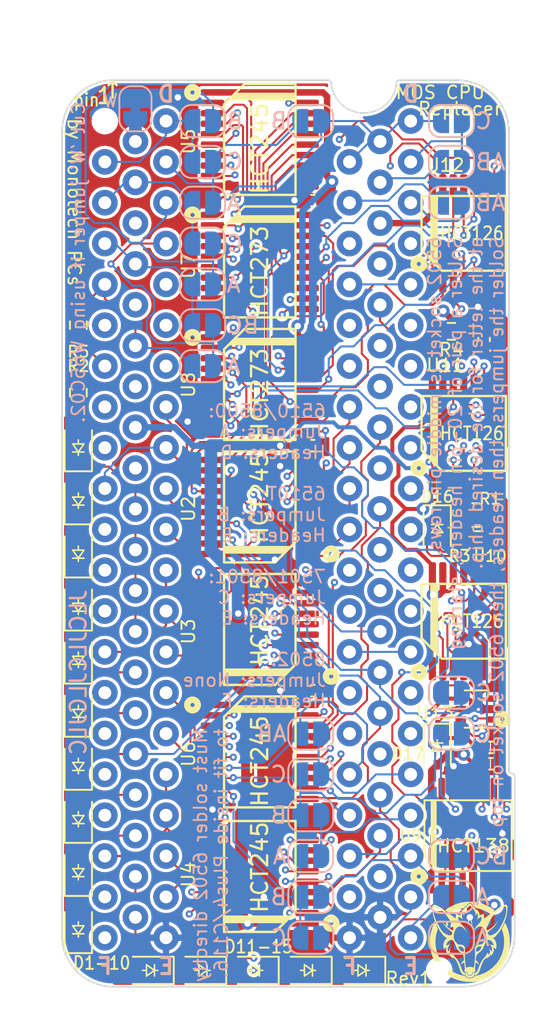
<source format=kicad_pcb>
(kicad_pcb (version 20211014) (generator pcbnew)
  (layers (0 "F.Cu" signal) (1 "In1.Cu" signal) (2 "In2.Cu" signal) (31 "B.Cu" signal) (34 "B.Paste" user) (35 "F.Paste" user) (36 "B.SilkS" user "B.Silkscreen") (37 "F.SilkS" user "F.Silkscreen") (38 "B.Mask" user) (39 "F.Mask" user) (44 "Edge.Cuts" user))
  (net 0 "")
  (net 1 "VCC")
  (net 2 "GND")
  (net 3 "/PHI0")
  (net 4 "/RDY")
  (net 5 "/A14")
  (net 6 "/~{0000-0001}")
  (net 7 "/A15")
  (net 8 "/~{IRQ}")
  (net 9 "/P5")
  (net 10 "/~{NMI}")
  (net 11 "/P4")
  (net 12 "/P3")
  (net 13 "/A0")
  (net 14 "/P2")
  (net 15 "/A1")
  (net 16 "/P1")
  (net 17 "/A2")
  (net 18 "/P0")
  (net 19 "/A3")
  (net 20 "/D7")
  (net 21 "/A4")
  (net 22 "/D6")
  (net 23 "/A5")
  (net 24 "/D5")
  (net 25 "/A6")
  (net 26 "/D4")
  (net 27 "/A7")
  (net 28 "/D3")
  (net 29 "/A8")
  (net 30 "/D2")
  (net 31 "/A9")
  (net 32 "/D1")
  (net 33 "/A10")
  (net 34 "/D0")
  (net 35 "/A11")
  (net 36 "/~{AEC}")
  (net 37 "/A12")
  (net 38 "/PHI2")
  (net 39 "/A13")
  (net 40 "/~{RW}")
  (net 41 "/P6")
  (net 42 "Net-(JP1-Pad2)")
  (net 43 "/AEC")
  (net 44 "/CA12")
  (net 45 "/CA13")
  (net 46 "/CA14")
  (net 47 "/CA15")
  (net 48 "/CD7")
  (net 49 "/CD6")
  (net 50 "/CD5")
  (net 51 "/CA0")
  (net 52 "/CD4")
  (net 53 "/CA1")
  (net 54 "/CD3")
  (net 55 "/CA2")
  (net 56 "/CD2")
  (net 57 "/CA3")
  (net 58 "/CD1")
  (net 59 "/CA4")
  (net 60 "/CD0")
  (net 61 "/CA5")
  (net 62 "/~{RESET}")
  (net 63 "/CA6")
  (net 64 "/CA7")
  (net 65 "/CA8")
  (net 66 "/CA9")
  (net 67 "/CA10")
  (net 68 "/CA11")
  (net 69 "/P7")
  (net 70 "/DIR0")
  (net 71 "/DIR1")
  (net 72 "/DIR2")
  (net 73 "/DIR3")
  (net 74 "/DIR4")
  (net 75 "/DIR5")
  (net 76 "/DIR6")
  (net 77 "/DIR7")
  (net 78 "/DAT7")
  (net 79 "Net-(R3-Pad2)")
  (net 80 "Net-(R4-Pad2)")
  (net 81 "/DAT0")
  (net 82 "/DAT4")
  (net 83 "/DAT1")
  (net 84 "/DAT5")
  (net 85 "/DAT2")
  (net 86 "/DAT6")
  (net 87 "/DAT3")
  (net 88 "/~{6502RW}")
  (net 89 "/~{0000_RD}")
  (net 90 "/~{0001_RD}")
  (net 91 "/~{0000_WR}")
  (net 92 "/~{0001_WR}")
  (net 93 "Net-(J1-Pad2)")
  (net 94 "Net-(J1-Pad3)")
  (net 95 "Net-(J1-Pad4)")
  (net 96 "Net-(J1-Pad23)")
  (net 97 "Net-(J1-Pad24)")
  (net 98 "Net-(J1-Pad25)")
  (net 99 "Net-(J1-Pad26)")
  (net 100 "Net-(J1-Pad40)")
  (net 101 "Net-(J1-Pad41)")
  (net 102 "/~{8501RW}")
  (net 103 "/~{GATEIN}")
  (net 104 "Net-(C7-Pad1)")
  (footprint "Custom:D_SOD-323" (layer "F.Cu") (at 155.507 130.302 180)
    (fp_text reference "D14")
    (fp_text value "1N4148W")
  )
  (footprint "Custom:D_SOD-323" (layer "F.Cu") (at 163.576 116.459 -90)
    (fp_text reference "D17")
    (fp_text value "1N4148W")
  )
  (footprint "Resistor_SMD:R_0603_1608Metric" (layer "F.Cu") (at 141.224 94.361 90)
    (fp_text reference "R2")
    (fp_text value "10k")
  )
  (footprint "Custom:D_SOD-323" (layer "F.Cu") (at 141.224 107.662 90)
    (fp_text reference "D4")
    (fp_text value "1N4148W")
  )
  (footprint "Custom KiCad Library:TSSOP-20_4.4x6.5mm_P0.65mm" (layer "F.Cu") (at 152.527 86.233)
    (fp_text reference "U7")
    (fp_text value "HCT273")
  )
  (footprint "Resistor_SMD:R_0603_1608Metric" (layer "F.Cu") (at 166.1668 103.505)
    (fp_text reference "R3")
    (fp_text value "10k")
  )
  (footprint "Package_DIP:DIP-40_W15.24mm_Socket" (layer "F.Cu") (at 144.78 78.74)
    (fp_text reference "U1")
    (fp_text value "6502")
  )
  (footprint "Custom:D_SOD-323" (layer "F.Cu") (at 158.843 130.302 180)
    (fp_text reference "D15")
    (fp_text value "1N4148W")
  )
  (footprint "Custom:D_SOD-323" (layer "F.Cu") (at 163.576 102.87 -90)
    (fp_text reference "D16")
    (fp_text value "1N4148W")
  )
  (footprint "Package_TO_SOT_SMD:SOT-363_SC-70-6" (layer "F.Cu") (at 165.989 114.046 180)
    (fp_text reference "U13")
    (fp_text value "LVC1G373")
  )
  (footprint "Custom:D_SOD-323" (layer "F.Cu") (at 148.937 130.302 180)
    (fp_text reference "D12")
    (fp_text value "1N4148W")
  )
  (footprint "Custom KiCad Library:TSSOP-16_4.4x5mm_P0.65mm" (layer "F.Cu") (at 165.481 121.92 90)
    (fp_text reference "U9")
    (fp_text value "HCT138")
  )
  (footprint "Custom:D_SOD-323" (layer "F.Cu") (at 141.224 104.36 90)
    (fp_text reference "D3")
    (fp_text value "1N4148W")
  )
  (footprint "Custom KiCad Library:TSSOP-20_4.4x6.5mm_P0.65mm" (layer "F.Cu") (at 152.527 109.093 180)
    (fp_text reference "U3")
    (fp_text value "HCT245")
  )
  (footprint "Custom KiCad Library:JLC_Tooling_Hole" (layer "F.Cu") (at 142.875 77.47)
    (fp_text reference "REF**")
    (fp_text value "JLC_Tooling_Hole")
  )
  (footprint "Custom:D_SOD-323" (layer "F.Cu") (at 141.224 110.964 90)
    (fp_text reference "D5")
    (fp_text value "1N4148W")
  )
  (footprint "Custom:6510_6510T_8501_Socket" (layer "F.Cu") (at 146.685 77.47)
    (fp_text reference "J1" hide)
    (fp_text value "8500/6510T/8501")
  )
  (footprint "Custom:D_SOD-323" (layer "F.Cu") (at 141.224 101.058 90)
    (fp_text reference "D2")
    (fp_text value "1N4148W")
  )
  (footprint "Custom KiCad Library:TSSOP-14_4.4x5mm_P0.65mm" (layer "F.Cu") (at 165.227 108.585 90)
    (fp_text reference "U10")
    (fp_text value "HCT126")
  )
  (footprint "Custom:D_SOD-323" (layer "F.Cu") (at 141.224 124.172 90)
    (fp_text reference "D9")
    (fp_text value "1N4148W")
  )
  (footprint "Custom KiCad Library:TSSOP-20_4.4x6.5mm_P0.65mm" (layer "F.Cu") (at 152.527 93.853)
    (fp_text reference "U8")
    (fp_text value "HCT273")
  )
  (footprint "Custom KiCad Library:TSSOP-20_4.4x6.5mm_P0.65mm" (layer "F.Cu") (at 152.527 116.713)
    (fp_text reference "U6")
    (fp_text value "HCT245")
  )
  (footprint "Capacitor_SMD:C_0402_1005Metric" (layer "F.Cu") (at 166.497 91.059 -90)
    (fp_text reference "C4")
    (fp_text value "100nF")
  )
  (footprint "LOGO" (layer "F.Cu") (at 165.608 128.524)
    (fp_text reference "LOGO1")
    (fp_text value "LOGO" hide)
  )
  (footprint "Custom:D_SOD-323" (layer "F.Cu") (at 141.224 114.266 90)
    (fp_text reference "D6")
    (fp_text value "1N4148W")
  )
  (footprint "Capacitor_SMD:C_0402_1005Metric" (layer "F.Cu") (at 166.9288 116.4336)
    (fp_text reference "C7")
    (fp_text value "100nF")
  )
  (footprint "Custom KiCad Library:TSSOP-20_4.4x6.5mm_P0.65mm" (layer "F.Cu") (at 152.527 78.613)
    (fp_text reference "U5")
    (fp_text value "HCT245")
  )
  (footprint "Capacitor_SMD:C_0402_1005Metric" (layer "F.Cu") (at 155.829 112.903 180)
    (fp_text reference "C6")
    (fp_text value "100nF")
  )
  (footprint "Custom:D_SOD-323" (layer "F.Cu") (at 141.224 97.756 90)
    (fp_text reference "D1")
    (fp_text value "1N4148W")
  )
  (footprint "Custom:D_SOD-323" (layer "F.Cu") (at 141.224 127.728 90)
    (fp_text reference "D10")
    (fp_text value "1N4148W")
  )
  (footprint "Custom:D_SOD-323" (layer "F.Cu") (at 141.224 117.568 90)
    (fp_text reference "D7")
    (fp_text value "1N4148W")
  )
  (footprint "Custom KiCad Library:TSSOP-14_4.4x5mm_P0.65mm" (layer "F.Cu") (at 165.227 96.901 90)
    (fp_text reference "U11")
    (fp_text value "HCT126")
  )
  (footprint "Capacitor_SMD:C_0402_1005Metric" (layer "F.Cu") (at 155.829 82.423 180)
    (fp_text reference "C1")
    (fp_text value "100nF")
  )
  (footprint "Custom KiCad Library:TSSOP-14_4.4x5mm_P0.65mm" (layer "F.Cu") (at 165.227 84.455 90)
    (fp_text reference "U12")
    (fp_text value "HCT126")
  )
  (footprint "Custom:D_SOD-323" (layer "F.Cu") (at 145.669 130.302 180)
    (fp_text reference "D11")
    (fp_text value "1N4148W")
  )
  (footprint "Resistor_SMD:R_0805_2012Metric" (layer "F.Cu") (at 165.989 101.981)
    (fp_text reference "R1")
    (fp_text value "470")
  )
  (footprint "Custom KiCad Library:JLC_Tooling_Hole" (layer "F.Cu") (at 163.703 130.302)
    (fp_text reference "REF**")
    (fp_text value "JLC_Tooling_Hole")
  )
  (footprint "Custom KiCad Library:TSSOP-20_4.4x6.5mm_P0.65mm" (layer "F.Cu") (at 152.527 101.473 180)
    (fp_text reference "U2")
    (fp_text value "HCT245")
  )
  (footprint "Custom:D_SOD-323" (layer "F.Cu") (at 152.205 130.302 180)
    (fp_text reference "D13")
    (fp_text value "1N4148W")
  )
  (footprint "Capacitor_SMD:C_0402_1005Metric" (layer "F.Cu") (at 166.9288 117.4496)
    (fp_text reference "C2")
    (fp_text value "100nF")
  )
  (footprint "Resistor_SMD:R_0603_1608Metric" (layer "F.Cu") (at 164.465 90.551 180)
    (fp_text reference "R4")
    (fp_text value "10k")
  )
  (footprint "Custom:D_SOD-323" (layer "F.Cu") (at 141.224 120.87 90)
    (fp_text reference "D8")
    (fp_text value "1N4148W")
  )
  (footprint "Capacitor_SMD:C_0402_1005Metric" (layer "F.Cu") (at 163.83 127.381 -90)
    (fp_text reference "C5")
    (fp_text value "100nF")
  )
  (footprint "Package_DIP:DIP-40_W15.24mm_Socket" (layer "F.Cu") (at 142.875 80.01)
    (fp_text reference "J4" hide)
    (fp_text value "8502")
  )
  (footprint "Capacitor_SMD:C_0402_1005Metric" (layer "F.Cu") (at 155.829 97.663)
    (fp_text reference "C3")
    (fp_text value "100nF")
  )
  (footprint "Resistor_SMD:R_0603_1608Metric" (layer "F.Cu") (at 141.224 90.17 90)
    (fp_text reference "R5")
    (fp_text value "10k")
  )
  (footprint "Custom KiCad Library:TSSOP-20_4.4x6.5mm_P0.65mm" (layer "F.Cu") (at 152.527 124.46 180)
    (fp_text reference "U4")
    (fp_text value "HCT245")
  )
  (footprint "Custom:SolderJumper-2_P1.3mm_Open_RoundedPad1.0x1.5mm" (layer "B.Cu") (at 148.971 77.47)
    (fp_text reference "JP10")
    (fp_text value "B")
  )
  (footprint "Custom:SolderJumper-2_P1.3mm_Open_RoundedPad1.0x1.5mm" (layer "B.Cu") (at 155.702 120.65)
    (fp_text reference "JP17")
    (fp_text value "B")
  )
  (footprint "Custom:SolderJumper-2_P1.3mm_Open_RoundedPad1.0x1.5mm" (layer "B.Cu") (at 164.465 77.47)
    (fp_text reference "JP5")
    (fp_text value "C")
  )
  (footprint "Custom:SolderJumper-2_P1.3mm_Open_RoundedPad1.0x1.5mm" (layer "B.Cu") (at 148.971 92.71)
    (fp_text reference "JP14")
    (fp_text value "A")
  )
  (footprint "Custom:SolderJumper-2_P1.3mm_Open_RoundedPad1.0x1.5mm" (layer "B.Cu") (at 155.702 115.57)
    (fp_text reference "JP11")
    (fp_text value "AB")
  )
  (footprint "Custom:SolderJumper-2_P1.3mm_Open_RoundedPad1.0x1.5mm" (layer "B.Cu") (at 155.702 128.27)
    (fp_text reference "JP18")
    (fp_text value "C")
  )
  (footprint "Jumper:SolderJumper-2_P1.3mm_Bridged_RoundedPad1.0x1.5mm" (layer "B.Cu") (at 144.78 76.708 -90)
    (fp_text reference "JP1")
    (fp_text value "Open for W65C02")
  )
  (footprint "Custom:SolderJumper-2_P1.3mm_Open_RoundedPad1.0x1.5mm" (layer "B.Cu") (at 148.971 82.55)
    (fp_text reference "JP2")
    (fp_text value "A")
  )
  (footprint "Custom:SolderJumper-2_P1.3mm_Open_RoundedPad1.0x1.5mm" (layer "B.Cu") (at 164.465 113.03 180)
    (fp_text reference "JP9")
    (fp_text value "C")
  )
  (footprint "Custom:SolderJumper-2_P1.3mm_Open_RoundedPad1.0x1.5mm" (layer "B.Cu") (at 155.702 125.73)
    (fp_text reference "JP20")
    (fp_text value "B")
  )
  (footprint "Custom:SolderJumper-2_P1.3mm_Open_RoundedPad1.0x1.5mm" (layer "B.Cu") (at 164.465 128.27)
    (fp_text reference "JP22")
    (fp_text value "A")
  )
  (footprint "Custom:SolderJumper-2_P1.3mm_Open_RoundedPad1.0x1.5mm" (layer "B.Cu") (at 148.971 90.17)
    (fp_text reference "JP16")
    (fp_text value "BC")
  )
  (footprint "Custom:SolderJumper-2_P1.3mm_Open_RoundedPad1.0x1.5mm" (layer "B.Cu") (at 164.465 115.57 180)
    (fp_text reference "JP21")
    (fp_text value "C")
  )
  (footprint "Custom:SolderJumper-2_P1.3mm_Open_RoundedPad1.0x1.5mm" (layer "B.Cu") (at 164.465 125.73)
    (fp_text reference "JP19")
    (fp_text value "A")
  )
  (footprint "Custom:SolderJumper-2_P1.3mm_Open_RoundedPad1.0x1.5mm" (layer "B.Cu") (at 164.465 82.55)
    (fp_text reference "JP7")
    (fp_text value "AB")
  )
  (footprint "Custom:SolderJumper-2_P1.3mm_Open_RoundedPad1.0x1.5mm" (layer "B.Cu") (at 148.971 87.63)
    (fp_text reference "JP8")
    (fp_text value "A")
  )
  (footprint "Custom:SolderJumper-2_P1.3mm_Open_RoundedPad1.0x1.5mm" (layer "B.Cu") (at 155.702 123.19)
    (fp_text reference "JP15")
    (fp_text value "A")
  )
  (footprint "Custom:SolderJumper-2_P1.3mm_Open_RoundedPad1.0x1.5mm" (layer "B.Cu") (at 155.702 77.47 180)
    (fp_text reference "JP4")
    (fp_text value "B")
  )
  (footprint "Custom:SolderJumper-2_P1.3mm_Open_RoundedPad1.0x1.5mm" (layer "B.Cu") (at 164.465 123.19)
    (fp_text reference "JP23")
    (fp_text value "BC")
  )
  (footprint "Custom:SolderJumper-2_P1.3mm_Open_RoundedPad1.0x1.5mm" (layer "B.Cu") (at 148.971 85.09)
    (fp_text reference "JP12")
    (fp_text value "C")
  )
  (footprint "Custom:SolderJumper-2_P1.3mm_Open_RoundedPad1.0x1.5mm" (layer "B.Cu") (at 148.971 80.01)
    (fp_text reference "JP6")
    (fp_text value "C")
  )
  (footprint "Custom:SolderJumper-2_P1.3mm_Open_RoundedPad1.0x1.5mm" (layer "B.Cu") (at 164.465 80.01)
    (fp_text reference "JP3")
    (fp_text value "AB")
  )
  (footprint "Custom:SolderJumper-2_P1.3mm_Open_RoundedPad1.0x1.5mm" (layer "B.Cu") (at 155.702 118.11)
    (fp_text reference "JP13")
    (fp_text value "C")
  )
  (gr_circle (center 156.972 127.381) (end 157.099 127.381) (layer "F.SilkS") (width 0.4) (fill none))
  (gr_circle (center 148.336 75.692) (end 148.463 75.692) (layer "F.SilkS") (width 0.4) (fill none))
  (gr_circle (center 148.336 90.932) (end 148.463 90.932) (layer "F.SilkS") (width 0.4) (fill none))
  (gr_circle (center 148.336 113.792) (end 148.463 113.792) (layer "F.SilkS") (width 0.4) (fill none))
  (gr_circle (center 162.433 99.06) (end 162.56 99.06) (layer "F.SilkS") (width 0.4) (fill none))
  (gr_circle (center 162.433 111.76) (end 162.56 111.76) (layer "F.SilkS") (width 0.4) (fill none))
  (gr_circle (center 148.336 83.312) (end 148.463 83.312) (layer "F.SilkS") (width 0.4) (fill none))
  (gr_line (start 143.3576 74.9808) (end 143.1036 75.2348) (layer "F.SilkS") (width 0.15))
  (gr_circle (center 162.433 124.46) (end 162.56 124.46) (layer "F.SilkS") (width 0.4) (fill none))
  (gr_circle (center 167.64 114.681) (end 167.767 114.681) (layer "F.SilkS") (width 0.4) (fill none))
  (gr_circle (center 156.972 104.394) (end 157.099 104.394) (layer "F.SilkS") (width 0.4) (fill none))
  (gr_line (start 143.3576 75.9968) (end 143.3576 74.9808) (layer "F.SilkS") (width 0.15))
  (gr_circle (center 162.433 86.36) (end 162.56 86.36) (layer "F.SilkS") (width 0.4) (fill none))
  (gr_circle (center 156.972 112.014) (end 157.099 112.014) (layer "F.SilkS") (width 0.4) (fill none))
  (gr_line (start 143.3576 74.9808) (end 143.6116 75.2348) (layer "F.SilkS") (width 0.15))
  (gr_line (start 156.7942 74.93) (end 143.4084 74.93) (layer "Edge.Cuts") (width 0.1))
  (gr_line (start 168.402 128.1176) (end 168.402 118.237) (layer "Edge.Cuts") (width 0.1))
  (gr_arc (start 161.036 75.1078) (mid 159.004 76.969451) (end 156.972 75.1078) (layer "Edge.Cuts") (width 0.1))
  (gr_arc (start 164.846 74.93) (mid 167.109025 75.867375) (end 168.0464 78.1304) (layer "Edge.Cuts") (width 0.1))
  (gr_arc (start 168.2242 118.0592) (mid 168.349924 118.111276) (end 168.402 118.237) (layer "Edge.Cuts") (width 0.1))
  (gr_line (start 140.208 78.1304) (end 140.208 128.1176) (layer "Edge.Cuts") (width 0.1))
  (gr_arc (start 168.2242 118.0592) (mid 168.098476 118.007124) (end 168.0464 117.8814) (layer "Edge.Cuts") (width 0.1))
  (gr_arc (start 143.4084 131.318) (mid 141.145375 130.380625) (end 140.208 128.1176) (layer "Edge.Cuts") (width 0.1))
  (gr_arc (start 140.208 78.1304) (mid 141.145375 75.867375) (end 143.4084 74.93) (layer "Edge.Cuts") (width 0.1))
  (gr_arc (start 156.7942 74.93) (mid 156.919924 74.982076) (end 156.972 75.1078) (layer "Edge.Cuts") (width 0.1))
  (gr_line (start 168.0464 117.8814) (end 168.0464 78.1304) (layer "Edge.Cuts") (width 0.1))
  (gr_arc (start 168.402 128.1176) (mid 167.464625 130.380625) (end 165.2016 131.318) (layer "Edge.Cuts") (width 0.1))
  (gr_arc (start 161.036 75.1078) (mid 161.088076 74.982076) (end 161.2138 74.93) (layer "Edge.Cuts") (width 0.1))
  (gr_line (start 164.846 74.93) (end 161.2138 74.93) (layer "Edge.Cuts") (width 0.1))
  (gr_line (start 143.4084 131.318) (end 165.2016 131.318) (layer "Edge.Cuts") (width 0.1))
  (gr_text "W" (at 143.764 76.2) (layer "B.SilkS") (effects (font (size 0.8 0.8) (thickness 0.12)) (justify left mirror)))
  (gr_text "F" (at 158.115 130.048) (layer "B.SilkS") (effects (font (size 1 1) (thickness 0.2)) (justify mirror)))
  (gr_text "Cut 'W' jumper if using W65C02." (at 141.224 76.2 90) (layer "B.SilkS") (effects (font (size 0.8 0.8) (thickness 0.12)) (justify left mirror)))
  (gr_text "6502 socket is middle pin rows.\nSolder a pair of 20-pin headers, starting\nat the letter for the desired chip.\nSolder the jumpers, then headers, then 6502 socket on top." (at 165.354 84.582 90) (layer "B.SilkS") (effects (font (size 0.8 0.8) (thickness 0.12)) (justify left mirror)))
  (gr_text "F" (at 142.875 130.048) (layer "B.SilkS") (effects (font (size 1 1) (thickness 0.2)) (justify mirror)))
  (gr_text "E" (at 161.925 130.048) (layer "B.SilkS") (effects (font (size 1 1) (thickness 0.2)) (justify mirror)))
  (gr_text "D" (at 146.685 75.7936) (layer "B.SilkS") (effects (font (size 1 1) (thickness 0.2)) (justify mirror)))
  (gr_text "E" (at 146.685 130.048) (layer "B.SilkS") (effects (font (size 1 1) (thickness 0.2)) (justify mirror)))
  (gr_text "6510/8500:\nJumpers: A\nHeaders: D\n\n6510T:\nJumpers: B\nHeaders: E\n\n7501/8501:\nJumpers: C\nHeaders: E\n\n8502:\nJumpers: None\nHeaders: F" (at 156.718 104.521) (layer "B.SilkS") (effects (font (size 0.8 0.8) (thickness 0.12)) (justify left mirror)))
  (gr_text "D" (at 161.925 75.7936) (layer "B.SilkS") (effects (font (size 1 1) (thickness 0.2)) (justify mirror)))
  (gr_text "JLCJLCJLCJLC" (at 141.224 111.76 90) (layer "B.SilkS") (effects (font (size 1 1)) (justify mirror)))
  (gr_text "Must solder 6502 directly\nto fit inside Plus4/C116." (at 149.479 115.189 90) (layer "B.SilkS") (effects (font (size 0.8 0.8) (thickness 0.12)) (justify left mirror)))
  (gr_text "MOS CPU" (at 160.909 75.692) (layer "F.SilkS") (effects (font (size 0.8 0.8) (thickness 0.12)) (justify left)))
  (gr_text "Replacer" (at 162.306 76.708) (layer "F.SilkS") (effects (font (size 0.8 0.8) (thickness 0.12)) (justify left)))
  (gr_text "by Monotech PCs" (at 140.97 77.216 270) (layer "F.SilkS") (effects (font (size 0.8 0.8) (thickness 0.12)) (justify left)))
  (gr_text "pin" (at 141.732 76.1492) (layer "F.SilkS") (effects (font (size 0.8 0.7) (thickness 0.12))))
  (gr_text "D1-10" (at 140.8176 129.8448) (layer "F.SilkS") (effects (font (size 0.8 0.7) (thickness 0.12)) (justify left)))
  (gr_text "1" (at 142.8496 75.8952) (layer "F.SilkS") (effects (font (size 1 1))))
  (gr_text "D11-15" (at 152.4508 128.8288) (layer "F.SilkS") (effects (font (size 0.8 0.7) (thickness 0.12))))
  (gr_text "Rev1" (at 160.274 130.81) (layer "F.SilkS") (effects (font (size 0.8 0.8) (thickness 0.12)) (justify left)))
  (segment (start 151.761 127.385) (end 155.477 127.385) (width 0.4) (layer "F.Cu") (net 1))
  (segment (start 163.277 106.889) (end 163.322 106.934) (width 0.4) (layer "F.Cu") (net 1))
  (segment (start 166.456 124.7825) (end 166.456 121.498) (width 0.4) (layer "F.Cu") (net 1))
  (segment (start 161.584985 101.577485) (end 160.782 100.7745) (width 0.25) (layer "F.Cu") (net 1))
  (segment (start 156.309 112.367) (end 156.309 112.903) (width 0.4) (layer "F.Cu") (net 1))
  (segment (start 165.3418 103.505) (end 165.3418 102.2463) (width 0.4) (layer "F.Cu") (net 1))
  (segment (start 163.195 101.092) (end 162.687 101.6) (width 0.25) (layer "F.Cu") (net 1))
  (segment (start 166.456 125.943) (end 166.751 126.238) (width 0.4) (layer "F.Cu") (net 1))
  (segment (start 164.577 105.635) (end 164.577 106.441) (width 0.25) (layer "F.Cu") (net 1))
  (segment (start 161.163 98.660531) (end 160.782 98.279531) (width 0.25) (layer "F.Cu") (net 1))
  (segment (start 160.782 97.282) (end 161.544 96.52) (width 0.25) (layer "F.Cu") (net 1))
  (segment (start 160.782 100.7745) (end 160.782 99.930531) (width 0.25) (layer "F.Cu") (net 1))
  (segment (start 156.718 80.9244) (end 156.718 75.946) (width 0.4) (layer "F.Cu") (net 1))
  (segment (start 164.506 121.1355) (end 163.206 119.8355) (width 0.4) (layer "F.Cu") (net 1))
  (segment (start 149.577 127.385) (end 151.761 127.385) (width 0.4) (layer "F.Cu") (net 1))
  (segment (start 166.4488 117.4496) (end 165.8112 117.4496) (width 0.25) (layer "F.Cu") (net 1))
  (segment (start 163.703 106.934) (end 163.322 106.934) (width 0.4) (layer "F.Cu") (net 1))
  (segment (start 156.309 113.4515) (end 156.309 112.903) (width 0.4) (layer "F.Cu") (net 1))
  (segment (start 162.306 104.14) (end 163.277 105.111) (width 0.25) (layer "F.Cu") (net 1))
  (segment (start 156.309 82.423) (end 156.309 82.832) (width 0.4) (layer "F.Cu") (net 1))
  (segment (start 166.497 90.579) (end 165.318 90.579) (width 0.4) (layer "F.Cu") (net 1))
  (segment (start 155.96 112.018) (end 156.309 112.367) (width 0.4) (layer "F.Cu") (net 1))
  (segment (start 157.0228 81.2292) (end 156.718 80.9244) (width 0.4) (layer "F.Cu") (net 1))
  (segment (start 166.456 124.7825) (end 166.456 125.943) (width 0.4) (layer "F.Cu") (net 1))
  (segment (start 151.765 113.788) (end 149.577 113.788) (width 0.4) (layer "F.Cu") (net 1))
  (segment (start 165.0765 101.981) (end 164.1875 101.092) (width 0.25) (layer "F.Cu") (net 1))
  (segment (start 165.8112 117.4496) (end 165.227 116.8654) (width 0.25) (layer "F.Cu") (net 1))
  (segment (start 161.584985 101.640985) (end 161.584985 101.577485) (width 0.25) (layer "F.Cu") (net 1))
  (segment (start 164.506 124.7825) (end 164.506 121.1355) (width 0.4) (layer "F.Cu") (net 1))
  (segment (start 155.477 75.688) (end 149.577 75.688) (width 0.4) (layer "F.Cu") (net 1))
  (segment (start 164.506 124.7825) (end 164.506 126.225) (width 0.4) (layer "F.Cu") (net 1))
  (segment (start 153.797 97.663) (end 152.8572 98.6028) (width 0.4) (layer "F.Cu") (net 1))
  (segment (start 161.163 99.549531) (end 161.163 98.660531) (width 0.25) (layer "F.Cu") (net 1))
  (segment (start 161.584985 101.640985) (end 160.782 102.443969) (width 0.25) (layer "F.Cu") (net 1))
  (segment (start 161.625969 101.6) (end 162.687 101.6) (width 0.25) (layer "F.Cu") (net 1))
  (segment (start 164.308 106.71) (end 163.927 106.71) (width 0.25) (layer "F.Cu") (net 1))
  (segment (start 163.927 106.71) (end 163.703 106.934) (width 0.4) (layer "F.Cu") (net 1))
  (segment (start 163.576 91.821) (end 164.02 91.821) (width 0.4) (layer "F.Cu") (net 1))
  (segment (start 142.875 92.71) (end 141.224 91.059) (width 0.127) (layer "F.Cu") (net 1))
  (segment (start 156.718 75.946) (end 156.46 75.688) (width 0.4) (layer "F.Cu") (net 1))
  (segment (start 163.277 83.23) (end 163.277 81.505) (width 0.4) (layer "F.Cu") (net 1))
  (segment (start 156.46 75.688) (end 155.477 75.688) (width 0.4) (layer "F.Cu") (net 1))
  (segment (start 151.765 120.142) (end 151.765 113.788) (width 0.8) (layer "F.Cu") (net 1))
  (segment (start 160.782 103.296031) (end 161.625969 104.14) (width 0.25) (layer "F.Cu") (net 1))
  (segment (start 151.765 113.157) (end 151.1808 112.5728) (width 0.8) (layer "F.Cu") (net 1))
  (segment (start 163.206 119.0575) (end 163.206 117.879) (width 0.4) (layer "F.Cu") (net 1))
  (segment (start 161.544 96.52) (end 162.433 96.52) (width 0.25) (layer "F.Cu") (net 1))
  (segment (start 151.765 113.788) (end 151.765 113.157) (width 0.8) (layer "F.Cu") (net 1))
  (segment (start 166.456 121.498) (end 166.0935 121.1355) (width 0.4) (layer "F.Cu") (net 1))
  (segment (start 152.8572 103.9368) (end 152.4 104.394) (width 0.4) (layer "F.Cu") (net 1))
  (segment (start 163.277 95.676) (end 163.277 93.951) (width 0.25) (layer "F.Cu") (net 1))
  (segment (start 151.1808 104.394) (end 151.1808 108.1024) (width 0.4) (layer "F.Cu") (net 1))
  (segment (start 152.015 104.398) (end 149.577 104.398) (width 0.4) (layer "F.Cu") (net 1))
  (segment (start 151.384 127.381) (end 151.384 120.523) (width 0.8) (layer "F.Cu") (net 1))
  (segment (start 157.0736 81.28) (end 157.0228 81.2292) (width 0.4) (layer "F.Cu") (net 1))
  (segment (start 160.782 102.443969) (end 160.782 103.296031) (width 0.25) (layer "F.Cu") (net 1))
  (segment (start 164.577 106.441) (end 164.308 106.71) (width 0.25) (layer "F.Cu") (net 1))
  (segment (start 164.506 126.225) (end 163.83 126.901) (width 0.4) (layer "F.Cu") (net 1))
  (segment (start 163.206 119.8355) (end 163.206 119.0575) (width 0.4) (layer "F.Cu") (net 1))
  (segment (start 166.751 126.238) (end 167.132 126.238) (width 0.4) (layer "F.Cu") (net 1))
  (segment (start 157.0736 81.6584) (end 157.0736 81.28) (width 0.4) (layer "F.Cu") (net 1))
  (segment (start 152.4 104.394) (end 152.019 104.394) (width 0.4) (layer "F.Cu") (net 1))
  (segment (start 154.8892 90.928) (end 155.477 90.928) (width 0.4) (layer "F.Cu") (net 1))
  (segment (start 156.309 82.423) (end 157.0736 81.6584) (width 0.4) (layer "F.Cu") (net 1))
  (segment (start 160.02 83.82) (end 162.687 83.82) (width 0.4) (layer "F.Cu") (net 1))
  (segment (start 166.0935 121.1355) (end 164.506 121.1355) (width 0.4) (layer "F.Cu") (net 1))
  (segment (start 164.2196 116.8654) (end 165.227 116.8654) (width 0.4) (layer "F.Cu") (net 1))
  (segment (start 152.8572 98.6028) (end 152.8572 103.9368) (width 0.4) (layer "F.Cu") (net 1))
  (segment (start 160.782 99.930531) (end 161.163 99.549531) (width 0.25) (layer "F.Cu") (net 1))
  (segment (start 161.584985 101.640985) (end 161.625969 101.6) (width 0.25) (layer "F.Cu") (net 1))
  (segment (start 165.227 90.551) (end 163.957 89.281) (width 0.4) (layer "F.Cu") (net 1))
  (segment (start 163.277 93.951) (end 163.277 92.12) (width 0.4) (layer "F.Cu") (net 1))
  (segment (start 163.927 105.635) (end 163.927 106.71) (width 0.4) (layer "F.Cu") (net 1))
  (segment (start 162.687 83.82) (end 163.277 83.23) (width 0.4) (layer "F.Cu") (net 1))
  (segment (start 164.1875 101.092) (end 163.195 101.092) (width 0.25) (layer "F.Cu") (net 1))
  (segment (start 155.9725 113.788) (end 156.309 113.4515) (width 0.4) (layer "F.Cu") (net 1))
  (segment (start 160.782 98.279531) (end 160.782 97.282) (width 0.25) (layer "F.Cu") (net 1))
  (segment (start 151.38 127.385) (end 151.384 127.381) (width 0.8) (layer "F.Cu") (net 1))
  (segment (start 151.1808 112.5728) (end 151.1808 108.1024) (width 0.8) (layer "F.Cu") (net 1))
  (segment (start 163.277 105.635) (end 163.277 106.889) (width 0.4) (layer "F.Cu") (net 1))
  (segment (start 161.625969 104.14) (end 162.306 104.14) (width 0.25) (layer "F.Cu") (net 1))
  (segment (start 156.309 82.832) (end 155.833 83.308) (width 0.4) (layer "F.Cu") (net 1))
  (segment (start 151.384 120.523) (end 151.765 120.142) (width 0.8) (layer "F.Cu") (net 1))
  (segment (start 163.576 117.509) (end 164.2196 116.8654) (width 0.4) (layer "F.Cu") (net 1))
  (segment (start 149.577 112.018) (end 155.96 112.018) (width 0.4) (layer "F.Cu") (net 1))
  (segment (start 164.02 91.821) (end 165.29 90.551) (width 0.4) (layer "F.Cu") (net 1))
  (segment (start 153.797 97.663) (end 155.349 97.663) (width 0.4) (layer "F.Cu") (net 1))
  (segment (start 162.433 96.52) (end 163.277 95.676) (width 0.25) (layer "F.Cu") (net 1))
  (segment (start 163.277 92.12) (end 163.576 91.821) (width 0.4) (layer "F.Cu") (net 1))
  (segment (start 154.8892 90.2208) (end 154.8892 90.928) (width 0.4) (layer "F.Cu") (net 1))
  (segment (start 163.206 117.879) (end 163.576 117.509) (width 0.4) (layer "F.Cu") (net 1))
  (via (at 151.1808 108.1024) (size 0.8) (drill 0.4) (layers "F.Cu" "B.Cu") (net 1))
  (via (at 154.8892 90.2208) (size 0.8) (drill 0.4) (layers "F.Cu" "B.Cu") (net 1))
  (via (at 162.687 101.6) (size 0.8) (drill 0.4) (layers "F.Cu" "B.Cu") (net 1))
  (via (at 165.227 116.8654) (size 0.8) (drill 0.4) (layers "F.Cu" "B.Cu") (net 1))
  (via (at 163.322 106.934) (size 0.8) (drill 0.4) (layers "F.Cu" "B.Cu") (net 1))
  (via (at 151.761 127.385) (size 0.8) (drill 0.4) (layers "F.Cu" "B.Cu") (net 1))
  (via (at 153.797 97.663) (size 0.8) (drill 0.4) (layers "F.Cu" "B.Cu") (net 1))
  (via (at 167.132 126.238) (size 0.8) (drill 0.4) (layers "F.Cu" "B.Cu") (net 1))
  (via (at 157.0228 81.2292) (size 0.8) (drill 0.4) (layers "F.Cu" "B.Cu") (net 1))
  (via (at 163.957 89.281) (size 0.8) (drill 0.4) (layers "F.Cu" "B.Cu") (net 1))
  (segment (start 157.1244 96.2152) (end 157.4292 96.52) (width 0.25) (layer "B.Cu") (net 1))
  (segment (start 155.1804 89.9296) (end 155.1804 83.0716) (width 0.4) (layer "B.Cu") (net 1))
  (segment (start 159.7152 97.79) (end 160.355969 97.79) (width 0.25) (layer "B.Cu") (net 1))
  (segment (start 147.2184 96.52) (end 144.78 96.52) (width 0.4) (layer "B.Cu") (net 1))
  (segment (start 155.1804 83.0716) (end 157.0228 81.2292) (width 0.4) (layer "B.Cu") (net 1))
  (segment (start 160.355969 97.79) (end 161.625969 99.06) (width 0.25) (layer "B.Cu") (net 1))
  (segment (start 157.4292 96.52) (end 158.4452 96.52) (width 0.25) (layer "B.Cu") (net 1))
  (segment (start 161.625969 99.06) (end 162.433 99.06) (width 0.25) (layer "B.Cu") (net 1))
  (segment (start 151.1808 108.1024) (end 151.1808 105.8418) (width 0.8) (layer "B.Cu") (net 1))
  (segment (start 149.479 104.14) (end 149.479 97.663) (width 0.8) (layer "B.Cu") (net 1))
  (segment (start 162.433 99.06) (end 163.195 99.822) (width 0.25) (layer "B.Cu") (net 1))
  (segment (start 151.1808 105.8418) (end 149.479 104.14) (width 0.8) (layer "B.Cu") (net 1))
  (segment (start 148.3614 97.663) (end 147.2184 96.52) (width 0.4) (layer "B.Cu") (net 1))
  (segment (start 149.479 97.663) (end 148.3614 97.663) (width 0.4) (layer "B.Cu") (net 1))
  (segment (start 155.2448 96.2152) (end 157.1244 96.2152) (width 0.25) (layer "B.Cu") (net 1))
  (segment (start 163.195 99.822) (end 163.195 101.092) (width 0.25) (layer "B.Cu") (net 1))
  (segment (start 153.797 97.663) (end 155.2448 96.2152) (width 0.25) (layer "B.Cu") (net 1))
  (segment (start 154.8892 90.2208) (end 155.1804 89.9296) (width 0.4) (layer "B.Cu") (net 1))
  (segment (start 158.4452 96.52) (end 159.7152 97.79) (width 0.25) (layer "B.Cu") (net 1))
  (segment (start 163.195 101.092) (end 162.687 101.6) (width 0.25) (layer "B.Cu") (net 1))
  (segment (start 153.797 97.663) (end 149.479 97.663) (width 0.8) (layer "B.Cu") (net 1))
  (segment (start 167.756 124.7825) (end 167.756 125.592) (width 0.4) (layer "F.Cu") (net 2))
  (segment (start 148.213 89.158) (end 148.209 89.154) (width 0.4) (layer "F.Cu") (net 2))
  (segment (start 148.209 93.98) (end 148.209 89.154) (width 0.8) (layer "F.Cu") (net 2))
  (segment (start 165.877 111.535) (end 165.877 112.537) (width 0.25) (layer "F.Cu") (net 2))
  (segment (start 154.7114 82.423) (end 155.349 82.423) (width 0.4) (layer "F.Cu") (net 2))
  (segment (start 167.177 100.502) (end 167.177 99.851) (width 0.4) (layer "F.Cu") (net 2))
  (segment (start 167.756 124.7825) (end 167.756 123.709) (width 0.4) (layer "F.Cu") (net 2))
  (segment (start 155.477 98.548) (end 154.182 98.548) (width 0.4) (layer "F.Cu") (net 2))
  (segment (start 148.209 95.9866) (end 148.209 93.98) (width 0.8) (layer "F.Cu") (net 2))
  (segment (start 148.213 81.538) (end 148.209 81.534) (width 0.4) (layer "F.Cu") (net 2))
  (segment (start 167.177 98.253) (end 167.177 99.851) (width 0.4) (layer "F.Cu") (net 2))
  (segment (start 167.177 89.199) (end 167.177 87.405) (width 0.4) (layer "F.Cu") (net 2))
  (segment (start 149.577 119.638) (end 149.577 120.2944) (width 0.4) (layer "F.Cu") (net 2))
  (segment (start 153.797 98.933) (end 153.5684 99.1616) (width 0.4) (layer "F.Cu") (net 2))
  (segment (start 163.83 127.861) (end 164.747 127.861) (width 0.4) (layer "F.Cu") (net 2))
  (segment (start 168.021 123.444) (end 168.148 123.317) (width 0.4) (layer "F.Cu") (net 2))
  (segment (start 166.939 114.046) (end 166.9136 114.0714) (width 0.25) (layer "F.Cu") (net 2))
  (segment (start 153.162 121.539) (end 153.162 125.349) (width 0.8) (layer "F.Cu") (net 2))
  (segment (start 167.767 110.109) (end 167.767 101.092) (width 0.4) (layer "F.Cu") (net 2))
  (segment (start 153.166 121.535) (end 153.162 121.539) (width 0.4) (layer "F.Cu") (net 2))
  (segment (start 155.833 98.548) (end 156.309 98.072) (width 0.4) (layer "F.Cu") (net 2))
  (segment (start 148.209 76.7842) (end 147.4216 75.9968) (width 0.8) (layer "F.Cu") (net 2))
  (segment (start 167.767 89.789) (end 167.177 89.199) (width 0.4) (layer "F.Cu") (net 2))
  (segment (start 167.177 110.699) (end 167.767 110.109) (width 0.4) (layer "F.Cu") (net 2))
  (segment (start 155.477 121.535) (end 153.166 121.535) (width 0.4) (layer "F.Cu") (net 2))
  (segment (start 148.0312 96.1644) (end 148.209 95.9866) (width 0.8) (layer "F.Cu") (net 2))
  (segment (start 153.162 121.539) (end 153.162 113.538) (width 0.8) (layer "F.Cu") (net 2))
  (segment (start 167.1346 118.0338) (end 165.0238 118.0338) (width 0.25) (layer "F.Cu") (net 2))
  (segment (start 167.4088 116.4336) (end 167.4088 117.4496) (width 0.4) (layer "F.Cu") (net 2))
  (segment (start 154.686 82.3976) (end 154.7114 82.423) (width 0.4) (layer "F.Cu") (net 2))
  (segment (start 153.162 113.538) (end 153.797 112.903) (width 0.8) (layer "F.Cu") (net 2))
  (segment (start 167.005 89.027) (end 167.177 89.199) (width 0.4) (layer "F.Cu") (net 2))
  (segment (start 168.148 125.984) (end 168.148 126.746) (width 0.4) (layer "F.Cu") (net 2))
  (segment (start 154.8852 106.168) (end 153.4668 104.7496) (width 0.4) (layer "F.Cu") (net 2))
  (segment (start 167.756 123.709) (end 168.021 123.444) (width 0.4) (layer "F.Cu") (net 2))
  (segment (start 154.182 98.548) (end 153.797 98.933) (width 0.4) (layer "F.Cu") (net 2))
  (segment (start 166.243 127.635) (end 165.608 127) (width 0.4) (layer "F.Cu") (net 2))
  (segment (start 149.577 81.538) (end 148.213 81.538) (width 0.4) (layer "F.Cu") (net 2))
  (segment (start 153.5684 104.648) (end 153.4668 104.7496) (width 0.4) (layer "F.Cu") (net 2))
  (segment (start 153.5684 99.1616) (end 153.5684 104.648) (width 0.4) (layer "F.Cu") (net 2))
  (segment (start 167.4088 117.7596) (end 167.1346 118.0338) (width 0.25) (layer "F.Cu") (net 2))
  (segment (start 167.767 91.539) (end 167.767 89.789) (width 0.4) (layer "F.Cu") (net 2))
  (segment (start 148.6448 96.778) (end 148.0312 96.1644) (width 0.4) (layer "F.Cu") (net 2))
  (segment (start 155.477 106.168) (end 154.8852 106.168) (width 0.4) (layer "F.Cu") (net 2))
  (segment (start 167.767 91.539) (end 167.767 97.663) (width 0.4) (layer "F.Cu") (net 2))
  (segment (start 153.162 125.349) (end 152.781 125.73) (width 0.8) (layer "F.Cu") (net 2))
  (segment (start 144.333956 95.123) (end 145.161 95.123) (width 0.127) (layer "F.Cu") (net 2))
  (segment (start 168.148 122.555) (end 168.148 122.301) (width 0.4) (layer "F.Cu") (net 2))
  (segment (start 168.148 126.746) (end 167.259 127.635) (width 0.4) (layer "F.Cu") (net 2))
  (segment (start 148.209 81.534) (end 148.209 76.7842) (width 0.8) (layer "F.Cu") (net 2))
  (segment (start 167.177 111.535) (end 167.177 110.699) (width 0.4) (layer "F.Cu") (net 2))
  (segment (start 167.259 127.635) (end 166.243 127.635) (width 0.4) (layer "F.Cu") (net 2))
  (segment (start 166.497 91.539) (end 167.767 91.539) (width 0.4) (layer "F.Cu") (net 2))
  (segment (start 168.148 123.317) (end 168.148 122.555) (width 0.4) (layer "F.Cu") (net 2))
  (segment (start 164.747 127.861) (end 165.608 127) (width 0.4) (layer "F.Cu") (net 2))
  (segment (start 149.577 89.158) (end 148.213 89.158) (width 0.4) (layer "F.Cu") (net 2))
  (segment (start 165.806 126.802) (end 165.608 127) (width 0.4) (layer "F.Cu") (net 2))
  (segment (start 167.767 101.092) (end 167.177 100.502) (width 0.4) (layer "F.Cu") (net 2))
  (segment (start 146.304 93.98) (end 148.209 93.98) (width 0.127) (layer "F.Cu") (net 2))
  (segment (start 166.116 112.776) (end 166.878 112.776) (width 0.25) (layer "F.Cu") (net 2))
  (segment (start 166.9136 114.0714) (end 166.1414 114.0714) (width 0.25) (layer "F.Cu") (net 2))
  (segment (start 145.161 95.123) (end 146.304 93.98) (width 0.127) (layer "F.Cu") (net 2))
  (segment (start 165.806 124.7825) (end 165.806 126.802) (width 0.4) (layer "F.Cu") (net 2))
  (segment (start 149.577 96.778) (end 148.6448 96.778) (width 0.4) (layer "F.Cu") (net 2))
  (segment (start 167.4088 117.4496) (end 167.4088 117.7596) (width 0.25) (layer "F.Cu") (net 2))
  (segment (start 168.148 122.301) (end 167.64 121.793) (width 0.4) (layer "F.Cu") (net 2))
  (segment (start 156.309 98.072) (end 156.309 97.663) (width 0.4) (layer "F.Cu") (net 2))
  (segment (start 153.797 112.903) (end 155.349 112.903) (width 0.8) (layer "F.Cu") (net 2))
  (segment (start 141.541 93.853) (end 143.063956 93.853) (width 0.127) (layer "F.Cu") (net 2))
  (segment (start 165.877 111.535) (end 165.877 110.3526) (width 0.4) (layer "F.Cu") (net 2))
  (segment (start 143.063956 93.853) (end 144.333956 95.123) (width 0.127) (layer "F.Cu") (net 2))
  (segment (start 165.877 112.537) (end 166.116 112.776) (width 0.25) (layer "F.Cu") (net 2))
  (segment (start 167.177 112.477) (end 167.177 111.535) (width 0.25) (layer "F.Cu") (net 2))
  (segment (start 167.767 97.663) (end 167.177 98.253) (width 0.4) (layer "F.Cu") (net 2))
  (segment (start 167.756 125.592) (end 168.148 125.984) (width 0.4) (layer "F.Cu") (net 2))
  (segment (start 166.878 112.776) (end 167.177 112.477) (width 0.25) (layer "F.Cu") (net 2))
  (segment (start 165.877 110.3526) (end 165.5318 110.0074) (width 0.4) (layer "F.Cu") (net 2))
  (segment (start 166.116 89.027) (end 167.005 89.027) (width 0.4) (layer "F.Cu") (net 2))
  (segment (start 148.209 89.154) (end 148.209 81.534) (width 0.8) (layer "F.Cu") (net 2))
  (segment (start 165.0238 118.0338) (end 164.592 117.602) (width 0.25) (layer "F.Cu") (net 2))
  (via (at 164.592 117.602) (size 0.8) (drill 0.4) (layers "F.Cu" "B.Cu") (net 2))
  (via (at 165.608 127) (size 0.8) (drill 0.4) (layers "F.Cu" "B.Cu") (net 2))
  (via (at 154.686 82.3976) (size 0.8) (drill 0.4) (layers "F.Cu" "B.Cu") (net 2))
  (via (at 165.5318 110.0074) (size 0.8) (drill 0.4) (layers "F.Cu" "B.Cu") (net 2))
  (via (at 153.797 112.903) (size 0.8) (drill 0.4) (layers "F.Cu" "B.Cu") (net 2))
  (via (at 166.1414 114.0714) (size 0.45) (drill 0.2) (layers "F.Cu" "B.Cu") (net 2))
  (via (at 153.4668 104.7496) (size 0.8) (drill 0.4) (layers "F.Cu" "B.Cu") (net 2))
  (via (at 147.4216 75.9968) (size 0.8) (drill 0.4) (layers "F.Cu" "B.Cu") (net 2))
  (via (at 149.577 120.2944) (size 0.8) (drill 0.4) (layers "F.Cu" "B.Cu") (net 2))
  (via (at 153.797 98.933) (size 0.8) (drill 0.4) (layers "F.Cu" "B.Cu") (net 2))
  (via (at 167.64 121.793) (size 0.8) (drill 0.4) (layers "F.Cu" "B.Cu") (net 2))
  (via (at 148.0312 96.1644) (size 0.8) (drill 0.4) (layers "F.Cu" "B.Cu") (net 2))
  (via (at 152.781 125.73) (size 0.8) (drill 0.4) (layers "F.Cu" "B.Cu") (net 2))
  (via (at 166.116 89.027) (size 0.8) (drill 0.4) (layers "F.Cu" "B.Cu") (net 2))
  (segment (start 164.084 127) (end 165.608 127) (width 0.127) (layer "B.Cu") (net 2))
  (segment (start 152.781 125.603) (end 152.781 125.73) (width 0.4) (layer "B.Cu") (net 2))
  (segment (start 163.815 127.269) (end 164.084 127) (width 0.127) (layer "B.Cu") (net 2))
  (segment (start 163.815 128.27) (end 163.815 127.269) (width 0.127) (layer "B.Cu") (net 2))
  (segment (start 149.577 120.2944) (end 149.577 122.399) (width 0.4) (layer "B.Cu") (net 2))
  (segment (start 149.577 122.399) (end 152.781 125.603) (width 0.4) (layer "B.Cu") (net 2))
  (segment (start 144.78 76.058) (end 147.3604 76.058) (width 0.127) (layer "B.Cu") (net 2))
  (segment (start 147.3604 76.058) (end 147.4216 75.9968) (width 0.127) (layer "B.Cu") (net 2))
  (segment (start 146.685 78.359) (end 146.685 77.47) (width 0.127) (layer "B.Cu") (net 3))
  (segment (start 148.321 77.47) (end 148.321 80.01) (width 0.127) (layer "B.Cu") (net 3))
  (segment (start 142.875 80.01) (end 145.034 80.01) (width 0.127) (layer "B.Cu") (net 3))
  (segment (start 145.034 80.01) (end 146.685 78.359) (width 0.127) (layer "B.Cu") (net 3))
  (segment (start 148.321 77.47) (end 146.685 77.47) (width 0.127) (layer "B.Cu") (net 3))
  (segment (start 147.051 81.28) (end 144.78 81.28) (width 0.127) (layer "B.Cu") (net 4))
  (segment (start 148.321 82.55) (end 147.051 81.28) (width 0.127) (layer "B.Cu") (net 4))
  (segment (start 148.321 85.09) (end 148.321 82.55) (width 0.127) (layer "B.Cu") (net 4))
  (segment (start 142.875 82.55) (end 144.145 81.28) (width 0.127) (layer "B.Cu") (net 4))
  (segment (start 149.577 125.435) (end 148.295 125.435) (width 0.127) (layer "F.Cu") (net 5))
  (segment (start 148.295 125.435) (end 148.2852 125.4252) (width 0.127) (layer "F.Cu") (net 5))
  (via (at 148.2852 125.4252) (size 0.45) (drill 0.2) (layers "F.Cu" "B.Cu") (net 5))
  (segment (start 163.815 125.73) (end 161.925 127.62) (width 0.127) (layer "B.Cu") (net 5))
  (segment (start 165.877 104.79) (end 165.608 104.521) (width 0.127) (layer "F.Cu") (net 6))
  (segment (start 162.941 103.505) (end 163.576 102.87) (width 0.127) (layer "F.Cu") (net 6))
  (segment (start 140.462 128.016) (end 141.224 128.778) (width 0.25) (layer "F.Cu") (net 6))
  (segment (start 141.224 95.186) (end 140.462 95.948) (width 0.25) (layer "F.Cu") (net 6))
  (segment (start 164.338 127.381) (end 165.156 126.563) (width 0.127) (layer "F.Cu") (net 6))
  (segment (start 163.195 127.381) (end 164.338 127.381) (width 0.127) (layer "F.Cu") (net 6))
  (segment (start 140.462 115.316) (end 141.224 115.316) (width 0.25) (layer "F.Cu") (net 6))
  (segment (start 165.877 105.635) (end 165.877 104.79) (width 0.127) (layer "F.Cu") (net 6))
  (segment (start 165.354 107.315) (end 164.465 107.315) (width 0.127) (layer "F.Cu") (net 6))
  (segment (start 162.941 127.127) (end 163.195 127.381) (width 0.127) (layer "F.Cu") (net 6))
  (segment (start 165.156 122.499) (end 165.735 121.92) (width 0.127) (layer "F.Cu") (net 6))
  (segment (start 140.462 118.618) (end 141.224 118.618) (width 0.25) (layer "F.Cu") (net 6))
  (segment (start 161.4678 127.127) (end 162.941 127.127) (width 0.127) (layer "F.Cu") (net 6))
  (segment (start 140.462 112.014) (end 141.224 112.014) (width 0.25) (layer "F.Cu") (net 6))
  (segment (start 165.156 126.563) (end 165.156 124.7825) (width 0.127) (layer "F.Cu") (net 6))
  (segment (start 146.7104 130.302) (end 146.7104 131.0554) (width 0.25) (layer "F.Cu") (net 6))
  (segment (start 140.462 105.41) (end 141.224 105.41) (width 0.25) (layer "F.Cu") (net 6))
  (segment (start 159.893 128.7018) (end 161.4678 127.127) (width 0.127) (layer "F.Cu") (net 6))
  (segment (start 165.608 104.521) (end 163.195 104.521) (width 0.127) (layer "F.Cu") (net 6))
  (segment (start 140.462 125.222) (end 140.462 128.016) (width 0.25) (layer "F.Cu") (net 6))
  (segment (start 165.877 105.635) (end 165.877 106.792) (width 0.127) (layer "F.Cu") (net 6))
  (segment (start 140.462 108.712) (end 141.224 108.712) (width 0.25) (layer "F.Cu") (net 6))
  (segment (start 140.462 121.92) (end 141.224 121.92) (width 0.25) (layer "F.Cu") (net 6))
  (segment (start 159.12079 131.07421) (end 159.893 130.302) (width 0.25) (layer "F.Cu") (net 6))
  (segment (start 163.195 104.521) (end 162.941 104.267) (width 0.127) (layer "F.Cu") (net 6))
  (segment (start 162.941 104.267) (end 162.941 103.505) (width 0.127) (layer "F.Cu") (net 6))
  (segment (start 165.877 106.792) (end 165.354 107.315) (width 0.127) (layer "F.Cu") (net 6))
  (segment (start 149.9616 130.302) (end 149.9616 131.0554) (width 0.25) (layer "F.Cu") (net 6))
  (segment (start 143.51 131.064) (end 143.52021 131.07421) (width 0.25) (layer "F.Cu") (net 6))
  (segment (start 140.462 98.806) (end 141.224 98.806) (width 0.25) (layer "F.Cu") (net 6))
  (segment (start 140.462 95.948) (end 140.462 125.222) (width 0.25) (layer "F.Cu") (net 6))
  (segment (start 163.576 102.87) (end 163.576 101.82) (width 0.127) (layer "F.Cu") (net 6))
  (segment (start 140.462 125.222) (end 141.224 125.222) (width 0.25) (layer "F.Cu") (net 6))
  (segment (start 141.224 128.778) (end 143.51 131.064) (width 0.25) (layer "F.Cu") (net 6))
  (segment (start 165.156 124.7825) (end 165.156 122.499) (width 0.127) (layer "F.Cu") (net 6))
  (segment (start 159.893 130.302) (end 159.893 128.7018) (width 0.127) (layer "F.Cu") (net 6))
  (segment (start 153.2636 130.302) (end 153.2636 131.0554) (width 0.25) (layer "F.Cu") (net 6))
  (segment (start 140.462 102.108) (end 141.224 102.108) (width 0.25) (layer "F.Cu") (net 6))
  (segment (start 156.5656 130.302) (end 156.5656 131.0554) (width 0.25) (layer "F.Cu") (net 6))
  (segment (start 143.52021 131.07421) (end 159.12079 131.07421) (width 0.25) (layer "F.Cu") (net 6))
  (via (at 165.735 121.92) (size 0.45) (drill 0.2) (layers "F.Cu" "B.Cu") (net 6))
  (via (at 164.465 107.315) (size 0.45) (drill 0.2) (layers "F.Cu" "B.Cu") (net 6))
  (segment (start 148.8446 126.085) (end 148.1328 126.7968) (width 0.127) (layer "F.Cu") (net 7))
  (segment (start 149.577 126.085) (end 148.8446 126.085) (width 0.127) (layer "F.Cu") (net 7))
  (via (at 148.1328 126.7968) (size 0.45) (drill 0.2) (layers "F.Cu" "B.Cu") (net 7))
  (via (at 154.1272 124.7648) (size 0.45) (drill 0.2) (layers "F.Cu" "B.Cu") (net 7))
  (segment (start 162.545 121.92) (end 163.815 123.19) (width 0.127) (layer "B.Cu") (net 7))
  (segment (start 155.052 123.19) (end 155.052 124.2464) (width 0.127) (layer "B.Cu") (net 7))
  (segment (start 158.242 123.063) (end 160.401 123.063) (width 0.127) (layer "B.Cu") (net 7))
  (segment (start 155.052 124.2464) (end 154.5336 124.7648) (width 0.127) (layer "B.Cu") (net 7))
  (segment (start 154.5336 124.7648) (end 154.1272 124.7648) (width 0.127) (layer "B.Cu") (net 7))
  (segment (start 161.544 121.92) (end 162.545 121.92) (width 0.127) (layer "B.Cu") (net 7))
  (segment (start 160.401 123.063) (end 161.544 121.92) (width 0.127) (layer "B.Cu") (net 7))
  (segment (start 148.321 87.63) (end 147.2542 86.5632) (width 0.127) (layer "B.Cu") (net 8))
  (segment (start 144.78 86.36) (end 143.51 85.09) (width 0.127) (layer "B.Cu") (net 8))
  (segment (start 147.2542 86.5632) (end 144.9832 86.5632) (width 0.127) (layer "B.Cu") (net 8))
  (segment (start 148.321 87.63) (end 148.321 90.17) (width 0.127) (layer "B.Cu") (net 8))
  (segment (start 167.767 83.82) (end 166.527 85.06) (width 0.127) (layer "F.Cu") (net 9))
  (segment (start 167.767 80.137) (end 167.767 83.82) (width 0.127) (layer "F.Cu") (net 9))
  (segment (start 161.417 78.613) (end 162.687 78.613) (width 0.127) (layer "F.Cu") (net 9))
  (segment (start 163.83 79.756) (end 167.386 79.756) (width 0.127) (layer "F.Cu") (net 9))
  (segment (start 150.6064 117.688) (end 150.622 117.7036) (width 0.127) (layer "F.Cu") (net 9))
  (segment (start 158.623 77.47) (end 160.274 77.47) (width 0.127) (layer "F.Cu") (net 9))
  (segment (start 166.527 85.06) (end 166.527 87.405) (width 0.127) (layer "F.Cu") (net 9))
  (segment (start 160.274 77.47) (end 161.417 78.613) (width 0.127) (layer "F.Cu") (net 9))
  (segment (start 157.48 78.613) (end 158.623 77.47) (width 0.127) (layer "F.Cu") (net 9))
  (segment (start 162.687 78.613) (end 163.83 79.756) (width 0.127) (layer "F.Cu") (net 9))
  (segment (start 167.386 79.756) (end 167.767 80.137) (width 0.127) (layer "F.Cu") (net 9))
  (segment (start 149.577 117.688) (end 150.6064 117.688) (width 0.127) (layer "F.Cu") (net 9))
  (via (at 150.622 117.7036) (size 0.45) (drill 0.2) (layers "F.Cu" "B.Cu") (net 9))
  (via (at 157.48 78.613) (size 0.45) (drill 0.2) (layers "F.Cu" "B.Cu") (net 9))
  (segment (start 155.052 115.57) (end 152.9184 117.7036) (width 0.127) (layer "B.Cu") (net 9))
  (segment (start 159.2072 115.0112) (end 158.496 114.3) (width 0.127) (layer "B.Cu") (net 9))
  (segment (start 158.496 114.3) (end 157.6324 114.3) (width 0.127) (layer "B.Cu") (net 9))
  (segment (start 152.9184 117.7036) (end 150.622 117.7036) (width 0.127) (layer "B.Cu") (net 9))
  (segment (start 155.8036 113.5888) (end 155.052 114.3404) (width 0.127) (layer "B.Cu") (net 9))
  (segment (start 156.9212 113.5888) (end 155.8036 113.5888) (width 0.127) (layer "B.Cu") (net 9))
  (segment (start 158.115 118.11) (end 158.9024 117.3226) (width 0.127) (layer "B.Cu") (net 9))
  (segment (start 159.2072 116.1288) (end 159.2072 115.0112) (width 0.127) (layer "B.Cu") (net 9))
  (segment (start 158.9024 117.3226) (end 158.9024 116.4336) (width 0.127) (layer "B.Cu") (net 9))
  (segment (start 157.6324 114.3) (end 156.9212 113.5888) (width 0.127) (layer "B.Cu") (net 9))
  (segment (start 155.052 114.3404) (end 155.052 115.57) (width 0.127) (layer "B.Cu") (net 9))
  (segment (start 158.9024 116.4336) (end 159.2072 116.1288) (width 0.127) (layer "B.Cu") (net 9))
  (segment (start 142.875 88.519) (end 142.875 87.63) (width 0.127) (layer "F.Cu") (net 10))
  (segment (start 144.78 91.44) (end 144.78 90.424) (width 0.127) (layer "F.Cu") (net 10))
  (segment (start 141.224 89.281) (end 142.875 87.63) (width 0.127) (layer "F.Cu") (net 10))
  (segment (start 144.78 90.424) (end 142.875 88.519) (width 0.127) (layer "F.Cu") (net 10))
  (segment (start 148.321 92.71) (end 147.2034 91.5924) (width 0.127) (layer "B.Cu") (net 10))
  (segment (start 147.2034 91.5924) (end 144.9324 91.5924) (width 0.127) (layer "B.Cu") (net 10))
  (segment (start 150.8708 117.038) (end 150.876 117.0432) (width 0.127) (layer "F.Cu") (net 11))
  (segment (start 149.577 117.038) (end 150.8708 117.038) (width 0.127) (layer "F.Cu") (net 11))
  (segment (start 164.577 87.405) (end 164.577 88.631) (width 0.127) (layer "F.Cu") (net 11))
  (segment (start 164.577 88.631) (end 165.1 89.154) (width 0.127) (layer "F.Cu") (net 11))
  (via (at 165.1 89.154) (size 0.45) (drill 0.2) (layers "F.Cu" "B.Cu") (net 11))
  (via (at 150.876 117.0432) (size 0.45) (drill 0.2) (layers "F.Cu" "B.Cu") (net 11))
  (segment (start 165.481 95.123) (end 165.989 95.123) (width 0.127) (layer "F.Cu") (net 12))
  (segment (start 165.227 93.951) (end 165.227 94.869) (width 0.127) (layer "F.Cu") (net 12))
  (segment (start 150.6347 116.3852) (end 149.5798 116.3852) (width 0.127) (layer "F.Cu") (net 12))
  (segment (start 165.227 94.869) (end 165.481 95.123) (width 0.127) (layer "F.Cu") (net 12))
  (via (at 165.989 95.123) (size 0.45) (drill 0.2) (layers "F.Cu" "B.Cu") (net 12))
  (via (at 150.6347 116.3852) (size 0.45) (drill 0.2) (layers "F.Cu" "B.Cu") (net 12))
  (segment (start 148.967 106.168) (end 148.717 105.918) (width 0.127) (layer "F.Cu") (net 13))
  (segment (start 148.717 105.918) (end 148.717 105.537) (width 0.127) (layer "F.Cu") (net 13))
  (via (at 148.717 105.537) (size 0.45) (drill 0.2) (layers "F.Cu" "B.Cu") (net 13))
  (segment (start 166.116 95.758) (end 166.497 95.758) (width 0.127) (layer "F.Cu") (net 14))
  (segment (start 166.497 95.758) (end 167.177 95.078) (width 0.127) (layer "F.Cu") (net 14))
  (segment (start 167.177 95.078) (end 167.177 93.951) (width 0.127) (layer "F.Cu") (net 14))
  (segment (start 149.577 115.738) (end 150.876 115.738) (width 0.127) (layer "F.Cu") (net 14))
  (via (at 150.876 115.738) (size 0.45) (drill 0.2) (layers "F.Cu" "B.Cu") (net 14))
  (via (at 166.116 95.758) (size 0.45) (drill 0.2) (layers "F.Cu" "B.Cu") (net 14))
  (segment (start 161.925 110.49) (end 158.115 110.49) (width 0.127) (layer "B.Cu") (net 14))
  (segment (start 148.59 104.648) (end 149.225 105.283) (width 0.127) (layer "F.Cu") (net 15))
  (segment (start 147.9804 100.8888) (end 148.59 101.4984) (width 0.127) (layer "F.Cu") (net 15))
  (segment (start 150.611 106.818) (end 149.577 106.818) (width 0.127) (layer "F.Cu") (net 15))
  (segment (start 146.685 95.25) (end 146.685 95.9866) (width 0.127) (layer "F.Cu") (net 15))
  (segment (start 148.59 101.4984) (end 148.59 104.648) (width 0.127) (layer "F.Cu") (net 15))
  (segment (start 146.685 95.9866) (end 147.9804 97.282) (width 0.127) (layer "F.Cu") (net 15))
  (segment (start 149.225 105.283) (end 150.495 105.283) (width 0.127) (layer "F.Cu") (net 15))
  (segment (start 150.749 106.68) (end 150.611 106.818) (width 0.127) (layer "F.Cu") (net 15))
  (segment (start 150.749 105.537) (end 150.749 106.68) (width 0.127) (layer "F.Cu") (net 15))
  (segment (start 150.495 105.283) (end 150.749 105.537) (width 0.127) (layer "F.Cu") (net 15))
  (segment (start 147.9804 97.282) (end 147.9804 100.8888) (width 0.127) (layer "F.Cu") (net 15))
  (segment (start 166.527 98.201) (end 165.989 97.663) (width 0.127) (layer "F.Cu") (net 16))
  (segment (start 166.527 99.851) (end 166.527 98.201) (width 0.127) (layer "F.Cu") (net 16))
  (segment (start 150.6347 115.0725) (end 149.5925 115.0725) (width 0.127) (layer "F.Cu") (net 16))
  (via (at 150.6347 115.0725) (size 0.45) (drill 0.2) (layers "F.Cu" "B.Cu") (net 16))
  (via (at 165.989 97.663) (size 0.45) (drill 0.2) (layers "F.Cu" "B.Cu") (net 16))
  (segment (start 146.685 97.79) (end 147.7264 98.8314) (width 0.127) (layer "F.Cu") (net 17))
  (segment (start 148.616 107.468) (end 149.577 107.468) (width 0.127) (layer "F.Cu") (net 17))
  (segment (start 147.7264 101.2444) (end 148.209 101.727) (width 0.127) (layer "F.Cu") (net 17))
  (segment (start 148.209 101.727) (end 148.209 106.045) (width 0.127) (layer "F.Cu") (net 17))
  (segment (start 147.7264 98.8314) (end 147.7264 101.2444) (width 0.127) (layer "F.Cu") (net 17))
  (segment (start 148.5418 107.3938) (end 148.616 107.468) (width 0.127) (layer "F.Cu") (net 17))
  (segment (start 148.209 106.045) (end 148.5418 106.3778) (width 0.127) (layer "F.Cu") (net 17))
  (segment (start 148.5418 106.3778) (end 148.5418 107.3938) (width 0.127) (layer "F.Cu") (net 17))
  (segment (start 146.685 97.79) (end 144.4242 97.79) (width 0.127) (layer "B.Cu") (net 17))
  (segment (start 142.875 99.3392) (end 142.875 100.33) (width 0.127) (layer "B.Cu") (net 17))
  (segment (start 144.4242 97.79) (end 142.875 99.3392) (width 0.127) (layer "B.Cu") (net 17))
  (segment (start 164.577 98.567) (end 164.592 98.552) (width 0.127) (layer "F.Cu") (net 18))
  (segment (start 164.577 99.851) (end 164.577 98.567) (width 0.127) (layer "F.Cu") (net 18))
  (segment (start 149.577 114.438) (end 150.8959 114.438) (width 0.127) (layer "F.Cu") (net 18))
  (segment (start 150.8959 114.438) (end 150.9268 114.4071) (width 0.127) (layer "F.Cu") (net 18))
  (via (at 150.9268 114.4071) (size 0.45) (drill 0.2) (layers "F.Cu" "B.Cu") (net 18))
  (via (at 164.592 98.552) (size 0.45) (drill 0.2) (layers "F.Cu" "B.Cu") (net 18))
  (segment (start 148.631 108.118) (end 149.577 108.118) (width 0.127) (layer "F.Cu") (net 19))
  (segment (start 147.955 106.426) (end 148.28829 106.75929) (width 0.127) (layer "F.Cu") (net 19))
  (segment (start 148.28829 107.77529) (end 148.631 108.118) (width 0.127) (layer "F.Cu") (net 19))
  (segment (start 148.28829 106.75929) (end 148.28829 107.77529) (width 0.127) (layer "F.Cu") (net 19))
  (segment (start 147.955 102.108) (end 147.955 106.426) (width 0.127) (layer "F.Cu") (net 19))
  (segment (start 146.685 100.838) (end 147.955 102.108) (width 0.127) (layer "F.Cu") (net 19))
  (segment (start 158.115 102.87) (end 157.237 103.748) (width 0.127) (layer "F.Cu") (net 20))
  (segment (start 157.237 103.748) (end 155.477 103.748) (width 0.127) (layer "F.Cu") (net 20))
  (segment (start 148.03478 107.14078) (end 148.03478 108.28378) (width 0.127) (layer "F.Cu") (net 21))
  (segment (start 148.03478 108.28378) (end 148.519 108.768) (width 0.127) (layer "F.Cu") (net 21))
  (segment (start 147.701 103.886) (end 147.701 106.807) (width 0.127) (layer "F.Cu") (net 21))
  (segment (start 146.685 102.87) (end 147.701 103.886) (width 0.127) (layer "F.Cu") (net 21))
  (segment (start 147.701 106.807) (end 148.03478 107.14078) (width 0.127) (layer "F.Cu") (net 21))
  (segment (start 148.519 108.768) (end 149.577 108.768) (width 0.127) (layer "F.Cu") (net 21))
  (segment (start 156.3378 103.098) (end 155.477 103.098) (width 0.127) (layer "F.Cu") (net 22))
  (segment (start 158.115 100.33) (end 158.115 101.3208) (width 0.127) (layer "F.Cu") (net 22))
  (segment (start 158.115 101.3208) (end 156.3378 103.098) (width 0.127) (layer "F.Cu") (net 22))
  (segment (start 147.7772 107.493) (end 147.7772 108.6612) (width 0.127) (layer "F.Cu") (net 23))
  (segment (start 148.534 109.418) (end 149.577 109.418) (width 0.127) (layer "F.Cu") (net 23))
  (segment (start 146.685 105.41) (end 146.685 106.4008) (width 0.127) (layer "F.Cu") (net 23))
  (segment (start 146.685 106.4008) (end 147.7772 107.493) (width 0.127) (layer "F.Cu") (net 23))
  (segment (start 147.7772 108.6612) (end 148.534 109.418) (width 0.127) (layer "F.Cu") (net 23))
  (segment (start 156.378 102.448) (end 157.0736 101.7524) (width 0.127) (layer "F.Cu") (net 24))
  (segment (start 155.477 102.448) (end 156.378 102.448) (width 0.127) (layer "F.Cu") (net 24))
  (segment (start 157.0736 99.8222) (end 158.115 98.7808) (width 0.127) (layer "F.Cu") (net 24))
  (segment (start 157.0736 101.7524) (end 157.0736 99.8222) (width 0.127) (layer "F.Cu") (net 24))
  (segment (start 158.115 98.7808) (end 158.115 97.79) (width 0.127) (layer "F.Cu") (net 24))
  (segment (start 146.685 108.839) (end 146.685 107.95) (width 0.127) (layer "F.Cu") (net 25))
  (segment (start 142.875 110.49) (end 145.034 110.49) (width 0.127) (layer "F.Cu") (net 25))
  (segment (start 149.577 110.068) (end 148.549 110.068) (width 0.127) (layer "F.Cu") (net 25))
  (segment (start 148.549 110.068) (end 146.685 108.204) (width 0.127) (layer "F.Cu") (net 25))
  (segment (start 145.034 110.49) (end 146.685 108.839) (width 0.127) (layer "F.Cu") (net 25))
  (segment (start 156.4184 101.798) (end 156.8196 101.3968) (width 0.127) (layer "F.Cu") (net 26))
  (segment (start 156.8196 101.3968) (end 156.8196 99.3651) (width 0.127) (layer "F.Cu") (net 26))
  (segment (start 157.1196 97.2362) (end 158.115 96.2408) (width 0.127) (layer "F.Cu") (net 26))
  (segment (start 155.477 101.798) (end 156.4184 101.798) (width 0.127) (layer "F.Cu") (net 26))
  (segment (start 156.8196 99.3651) (end 157.1196 99.0651) (width 0.127) (layer "F.Cu") (net 26))
  (segment (start 157.1196 99.0651) (end 157.1196 97.2362) (width 0.127) (layer "F.Cu") (net 26))
  (segment (start 158.115 96.2408) (end 158.115 95.25) (width 0.127) (layer "F.Cu") (net 26))
  (segment (start 149.577 110.718) (end 146.913 110.718) (width 0.127) (layer "F.Cu") (net 27))
  (segment (start 155.477 101.148) (end 156.408 101.148) (width 0.127) (layer "F.Cu") (net 28))
  (segment (start 156.5148 98.891) (end 156.6672 98.7386) (width 0.127) (layer "F.Cu") (net 28))
  (segment (start 156.5148 101.0412) (end 156.5148 98.891) (width 0.127) (layer "F.Cu") (net 28))
  (segment (start 156.408 101.148) (end 156.5148 101.0412) (width 0.127) (layer "F.Cu") (net 28))
  (via (at 156.6672 98.7386) (size 0.45) (drill 0.2) (layers "F.Cu" "B.Cu") (net 28))
  (segment (start 148.713 121.535) (end 149.577 121.535) (width 0.127) (layer "F.Cu") (net 29))
  (segment (start 148.209 121.031) (end 148.713 121.535) (width 0.127) (layer "F.Cu") (net 29))
  (segment (start 148.209 114.554) (end 148.209 121.031) (width 0.127) (layer "F.Cu") (net 29))
  (segment (start 146.685 113.03) (end 148.209 114.554) (width 0.127) (layer "F.Cu") (net 29))
  (segment (start 154.8736 100.498) (end 154.2288 101.1428) (width 0.127) (layer "F.Cu") (net 30))
  (via (at 154.2288 101.1428) (size 0.45) (drill 0.2) (layers "F.Cu" "B.Cu") (net 30))
  (segment (start 147.955 116.84) (end 147.955 121.412) (width 0.127) (layer "F.Cu") (net 31))
  (segment (start 148.728 122.185) (end 149.577 122.185) (width 0.127) (layer "F.Cu") (net 31))
  (segment (start 147.955 121.412) (end 148.728 122.185) (width 0.127) (layer "F.Cu") (net 31))
  (segment (start 146.685 115.57) (end 147.955 116.84) (width 0.127) (layer "F.Cu") (net 31))
  (segment (start 154.7108 99.848) (end 154.2288 100.33) (width 0.127) (layer "F.Cu") (net 32))
  (segment (start 155.477 99.848) (end 154.7108 99.848) (width 0.127) (layer "F.Cu") (net 32))
  (via (at 154.2288 100.33) (size 0.45) (drill 0.2) (layers "F.Cu" "B.Cu") (net 32))
  (segment (start 161.925 87.63) (end 158.115 87.63) (width 0.127) (layer "B.Cu") (net 32))
  (segment (start 148.743 122.835) (end 149.577 122.835) (width 0.127) (layer "F.Cu") (net 33))
  (segment (start 147.701 120.1674) (end 147.701 121.793) (width 0.127) (layer "F.Cu") (net 33))
  (segment (start 146.685 118.11) (end 146.685 119.1514) (width 0.127) (layer "F.Cu") (net 33))
  (segment (start 147.701 121.793) (end 148.743 122.835) (width 0.127) (layer "F.Cu") (net 33))
  (segment (start 146.685 119.1514) (end 147.701 120.1674) (width 0.127) (layer "F.Cu") (net 33))
  (segment (start 154.5988 99.198) (end 154.2288 99.568) (width 0.127) (layer "F.Cu") (net 34))
  (segment (start 155.477 99.198) (end 154.5988 99.198) (width 0.127) (layer "F.Cu") (net 34))
  (via (at 154.2288 99.568) (size 0.45) (drill 0.2) (layers "F.Cu" "B.Cu") (net 34))
  (segment (start 149.577 123.485) (end 148.758 123.485) (width 0.127) (layer "F.Cu") (net 35))
  (segment (start 146.685 121.539) (end 146.685 120.65) (width 0.127) (layer "F.Cu") (net 35))
  (segment (start 145.034 123.19) (end 146.685 121.539) (width 0.127) (layer "F.Cu") (net 35))
  (segment (start 148.758 123.485) (end 146.685 121.412) (width 0.127) (layer "F.Cu") (net 35))
  (segment (start 142.875 123.19) (end 145.034 123.19) (width 0.127) (layer "F.Cu") (net 35))
  (segment (start 162.941 109.8285) (end 162.941 109.22) (width 0.127) (layer "F.Cu") (net 36))
  (segment (start 163.277 111.535) (end 163.277 110.1645) (width 0.127) (layer "F.Cu") (net 36))
  (segment (start 164.719 110.109) (end 164.719 109.093) (width 0.127) (layer "F.Cu") (net 36))
  (segment (start 162.941 109.22) (end 164.084 108.077) (width 0.127) (layer "F.Cu") (net 36))
  (segment (start 164.719 108.331) (end 164.719 109.093) (width 0.127) (layer "F.Cu") (net 36))
  (segment (start 164.465 108.077) (end 164.719 108.331) (width 0.127) (layer "F.Cu") (net 36))
  (segment (start 164.084 108.077) (end 164.465 108.077) (width 0.127) (layer "F.Cu") (net 36))
  (segment (start 165.227 110.617) (end 164.719 110.109) (width 0.127) (layer "F.Cu") (net 36))
  (segment (start 165.227 111.535) (end 165.227 110.617) (width 0.127) (layer "F.Cu") (net 36))
  (segment (start 163.277 110.1645) (end 162.941 109.8285) (width 0.127) (layer "F.Cu") (net 36))
  (via (at 164.719 109.093) (size 0.45) (drill 0.2) (layers "F.Cu" "B.Cu") (net 36))
  (segment (start 147.63 124.135) (end 146.685 123.19) (width 0.127) (layer "F.Cu") (net 37))
  (segment (start 149.577 124.135) (end 147.63 124.135) (width 0.127) (layer "F.Cu") (net 37))
  (segment (start 163.815 80.01) (end 162.799 81.026) (width 0.127) (layer "B.Cu") (net 38))
  (segment (start 162.799 81.026) (end 160.274 81.026) (width 0.127) (layer "B.Cu") (net 38))
  (segment (start 147.63 124.785) (end 146.685 125.73) (width 0.127) (layer "F.Cu") (net 39))
  (segment (start 149.577 124.785) (end 147.63 124.785) (width 0.127) (layer "F.Cu") (net 39))
  (segment (start 164.211 110.236) (end 164.211 108.585) (width 0.127) (layer "F.Cu") (net 40))
  (segment (start 164.577 110.602) (end 164.211 110.236) (width 0.127) (layer "F.Cu") (net 40))
  (segment (start 164.577 111.535) (end 164.577 110.602) (width 0.127) (layer "F.Cu") (net 40))
  (via (at 164.211 108.585) (size 0.45) (drill 0.2) (layers "F.Cu" "B.Cu") (net 40))
  (segment (start 161.544 81.407) (end 160.528 82.423) (width 0.127) (layer "B.Cu") (net 40))
  (segment (start 160.528 82.423) (end 158.242 82.423) (width 0.127) (layer "B.Cu") (net 40))
  (segment (start 162.672 81.407) (end 163.815 82.55) (width 0.127) (layer "B.Cu") (net 40))
  (segment (start 161.544 81.407) (end 162.672 81.407) (width 0.127) (layer "B.Cu") (net 40))
  (segment (start 150.8512 118.338) (end 150.876 118.3132) (width 0.127) (layer "F.Cu") (net 41))
  (segment (start 149.577 118.338) (end 150.8512 118.338) (width 0.127) (layer "F.Cu") (net 41))
  (segment (start 167.132 80.264) (end 167.132 81.46) (width 0.127) (layer "F.Cu") (net 41))
  (via (at 167.132 80.264) (size 0.45) (drill 0.2) (layers "F.Cu" "B.Cu") (net 41))
  (via (at 150.876 118.3132) (size 0.45) (drill 0.2) (layers "F.Cu" "B.Cu") (net 41))
  (segment (start 155.052 119.268) (end 156.352 119.268) (width 0.127) (layer "B.Cu") (net 41))
  (segment (start 155.052 118.1375) (end 155.052 120.65) (width 0.127) (layer "B.Cu") (net 41))
  (segment (start 154.8763 118.3132) (end 150.876 118.3132) (width 0.127) (layer "B.Cu") (net 41))
  (segment (start 156.352 119.268) (end 157.734 120.65) (width 0.127) (layer "B.Cu") (net 41))
  (segment (start 144.78 77.358) (end 144.78 78.74) (width 0.8) (layer "B.Cu") (net 42))
  (segment (start 166.527 105.635) (end 166.527 104.678) (width 0.127) (layer "F.Cu") (net 43))
  (segment (start 165.354 108.712) (end 165.354 108.107) (width 0.4) (layer "F.Cu") (net 43))
  (segment (start 148.6264 111.368) (end 149.577 111.368) (width 0.127) (layer "F.Cu") (net 43))
  (segment (start 149.577 126.735) (end 150.5314 126.735) (width 0.127) (layer "F.Cu") (net 43))
  (segment (start 148.463 120.269) (end 148.463 111.5314) (width 0.127) (layer "F.Cu") (net 43))
  (segment (start 150.368 120.777) (end 150.1394 121.0056) (width 0.127) (layer "F.Cu") (net 43))
  (segment (start 150.622 121.031) (end 150.368 120.777) (width 0.127) (layer "F.Cu") (net 43))
  (segment (start 163.923 104.267) (end 163.576 103.92) (width 0.127) (layer "F.Cu") (net 43))
  (segment (start 165.7858 115.7224) (end 165.039 114.9756) (width 0.127) (layer "F.Cu") (net 43))
  (segment (start 166.527 111.535) (end 166.527 109.885) (width 0.4) (layer "F.Cu") (net 43))
  (segment (start 166.116 102.94525) (end 166.9015 102.15975) (width 0.127) (layer "F.Cu") (net 43))
  (segment (start 166.527 106.934) (end 166.527 105.635) (width 0.4) (layer "F.Cu") (net 43))
  (segment (start 166.37 115.7224) (end 165.7858 115.7224) (width 0.127) (layer "F.Cu") (net 43))
  (segment (start 165.039 114.9756) (end 165.039 114.696) (width 0.127) (layer "F.Cu") (net 43))
  (segment (start 150.622 126.6444) (end 150.622 121.031) (width 0.127) (layer "F.Cu") (net 43))
  (segment (start 148.463 111.5314) (end 148.6264 111.368) (width 0.127) (layer "F.Cu") (net 43))
  (segment (start 166.116 104.267) (end 163.923 104.267) (width 0.127) (layer "F.Cu") (net 43))
  (segment (start 165.354 108.107) (end 166.527 106.934) (width 0.4) (layer "F.Cu") (net 43))
  (segment (start 150.5314 126.735) (end 150.622 126.6444) (width 0.127) (layer "F.Cu") (net 43))
  (segment (start 166.116 104.267) (end 166.116 102.94525) (width 0.127) (layer "F.Cu") (net 43))
  (segment (start 166.527 104.678) (end 166.116 104.267) (width 0.127) (layer "F.Cu") (net 43))
  (segment (start 149.1996 121.0056) (end 148.463 120.269) (width 0.127) (layer "F.Cu") (net 43))
  (segment (start 166.527 109.885) (end 165.354 108.712) (width 0.4) (layer "F.Cu") (net 43))
  (segment (start 150.1394 121.0056) (end 149.1996 121.0056) (width 0.127) (layer "F.Cu") (net 43))
  (via (at 150.368 120.777) (size 0.45) (drill 0.2) (layers "F.Cu" "B.Cu") (net 43))
  (via (at 166.37 115.7224) (size 0.45) (drill 0.2) (layers "F.Cu" "B.Cu") (net 43))
  (via (at 166.2684 109.601) (size 0.45) (drill 0.2) (layers "F.Cu" "B.Cu") (net 43))
  (segment (start 166.37 115.7224) (end 166.6748 115.4176) (width 0.127) (layer "B.Cu") (net 43))
  (segment (start 166.6748 110.0074) (end 166.2684 109.601) (width 0.127) (layer "B.Cu") (net 43))
  (segment (start 166.6748 115.4176) (end 166.6748 110.0074) (width 0.127) (layer "B.Cu") (net 43))
  (segment (start 148.649 129.54) (end 152.146 129.54) (width 0.127) (layer "F.Cu") (net 44))
  (segment (start 155.477 124.785) (end 156.4946 124.785) (width 0.127) (layer "F.Cu") (net 44))
  (segment (start 156.4946 124.785) (end 156.8196 124.46) (width 0.127) (layer "F.Cu") (net 44))
  (segment (start 147.887 130.302) (end 148.649 129.54) (width 0.127) (layer "F.Cu") (net 44))
  (via (at 152.146 129.54) (size 0.45) (drill 0.2) (layers "F.Cu" "B.Cu") (net 44))
  (via (at 156.8196 124.46) (size 0.45) (drill 0.2) (layers "F.Cu" "B.Cu") (net 44))
  (segment (start 160.02 122.9108) (end 160.02 121.92) (width 0.127) (layer "F.Cu") (net 45))
  (segment (start 155.477 125.435) (end 156.8261 125.435) (width 0.127) (layer "F.Cu") (net 45))
  (segment (start 158.5509 124.3799) (end 160.02 122.9108) (width 0.127) (layer "F.Cu") (net 45))
  (segment (start 156.8261 125.435) (end 157.8812 124.3799) (width 0.127) (layer "F.Cu") (net 45))
  (segment (start 151.155 130.302) (end 152.146 130.302) (width 0.127) (layer "F.Cu") (net 45))
  (segment (start 157.8812 124.3799) (end 158.5509 124.3799) (width 0.127) (layer "F.Cu") (net 45))
  (via (at 152.146 130.302) (size 0.45) (drill 0.2) (layers "F.Cu" "B.Cu") (net 45))
  (segment (start 156.8704 129.5908) (end 157.1752 129.8956) (width 0.127) (layer "F.Cu") (net 46))
  (segment (start 160.02 120.3708) (end 160.02 119.38) (width 0.127) (layer "F.Cu") (net 46))
  (segment (start 159.6136 125.7808) (end 160.274 125.7808) (width 0.127) (layer "F.Cu") (net 46))
  (segment (start 156.7682 126.085) (end 157.6832 127) (width 0.127) (layer "F.Cu") (net 46))
  (segment (start 154.457 130.302) (end 155.1682 129.5908) (width 0.127) (layer "F.Cu") (net 46))
  (segment (start 161.1884 122.3264) (end 161.1884 121.5392) (width 0.127) (layer "F.Cu") (net 46))
  (segment (start 159.4104 127.9652) (end 158.7468 127.3016) (width 0.127) (layer "F.Cu") (net 46))
  (segment (start 157.6832 127) (end 158.7468 127) (width 0.127) (layer "F.Cu") (net 46))
  (segment (start 157.1752 130.5654) (end 157.369 130.7592) (width 0.127) (layer "F.Cu") (net 46))
  (segment (start 160.274 125.7808) (end 161.2392 124.8156) (width 0.127) (layer "F.Cu") (net 46))
  (segment (start 157.1752 129.8956) (end 157.1752 130.5654) (width 0.127) (layer "F.Cu") (net 46))
  (segment (start 158.496 130.7592) (end 159.4104 129.8448) (width 0.127) (layer "F.Cu") (net 46))
  (segment (start 158.7468 127.3016) (end 158.7468 127) (width 0.127) (layer "F.Cu") (net 46))
  (segment (start 157.369 130.7592) (end 158.496 130.7592) (width 0.127) (layer "F.Cu") (net 46))
  (segment (start 161.1884 121.5392) (end 160.02 120.3708) (width 0.127) (layer "F.Cu") (net 46))
  (segment (start 159.4104 129.8448) (end 159.4104 127.9652) (width 0.127) (layer "F.Cu") (net 46))
  (segment (start 158.7468 127) (end 158.7468 126.6476) (width 0.127) (layer "F.Cu") (net 46))
  (segment (start 161.2392 124.8156) (end 161.2392 124.06885) (width 0.127) (layer "F.Cu") (net 46))
  (segment (start 155.477 126.085) (end 156.7682 126.085) (width 0.127) (layer "F.Cu") (net 46))
  (segment (start 160.6804 123.51005) (end 160.6804 122.8344) (width 0.127) (layer "F.Cu") (net 46))
  (segment (start 158.7468 126.6476) (end 159.6136 125.7808) (width 0.127) (layer "F.Cu") (net 46))
  (segment (start 155.1682 129.5908) (end 156.8704 129.5908) (width 0.127) (layer "F.Cu") (net 46))
  (segment (start 161.2392 124.06885) (end 160.6804 123.51005) (width 0.127) (layer "F.Cu") (net 46))
  (segment (start 160.6804 122.8344) (end 161.1884 122.3264) (width 0.127) (layer "F.Cu") (net 46))
  (segment (start 154.3961 126.735) (end 154.39165 126.73055) (width 0.127) (layer "F.Cu") (net 47))
  (segment (start 157.793 129.8862) (end 156.5148 128.608) (width 0.127) (layer "F.Cu") (net 47))
  (segment (start 156.5148 126.9238) (end 156.326 126.735) (width 0.127) (layer "F.Cu") (net 47))
  (segment (start 156.326 126.735) (end 155.477 126.735) (width 0.127) (layer "F.Cu") (net 47))
  (segment (start 157.793 130.302) (end 157.793 129.8862) (width 0.127) (layer "F.Cu") (net 47))
  (segment (start 156.5148 128.608) (end 156.5148 126.9238) (width 0.127) (layer "F.Cu") (net 47))
  (segment (start 155.477 126.735) (end 154.3961 126.735) (width 0.127) (layer "F.Cu") (net 47))
  (via (at 154.39165 126.73055) (size 0.45) (drill 0.2) (layers "F.Cu" "B.Cu") (net 47))
  (segment (start 154.05052 81.96628) (end 154.4788 81.538) (width 0.127) (layer "F.Cu") (net 48))
  (segment (start 157.099 86.233) (end 157.099 85.09) (width 0.127) (layer "F.Cu") (net 48))
  (segment (start 156.617 84.608) (end 155.477 84.608) (width 0.127) (layer "F.Cu") (net 48))
  (segment (start 154.05052 84.09892) (end 154.05052 81.96628) (width 0.127) (layer "F.Cu") (net 48))
  (segment (start 158.9532 116.294) (end 160.02 115.2272) (width 0.127) (layer "F.Cu") (net 48))
  (segment (start 155.477 92.228) (end 156.3364 92.228) (width 0.127) (layer "F.Cu") (net 48))
  (segment (start 156.8196 86.5124) (end 157.099 86.233) (width 0.127) (layer "F.Cu") (net 48))
  (segment (start 158.9532 117.348) (end 158.9532 116.294) (width 0.127) (layer "F.Cu") (net 48))
  (segment (start 155.5318 119.5832) (end 158.2928 119.5832) (width 0.127) (layer "F.Cu") (net 48))
  (segment (start 157.099 85.09) (end 156.617 84.608) (width 0.127) (layer "F.Cu") (net 48))
  (segment (start 150.3928 103.098) (end 150.8252 103.5304) (width 0.127) (layer "F.Cu") (net 48))
  (segment (start 154.5596 84.608) (end 154.05052 84.09892) (width 0.127) (layer "F.Cu") (net 48))
  (segment (start 160.02 115.2272) (end 160.02 114.3) (width 0.127) (layer "F.Cu") (net 48))
  (segment (start 156.8196 91.7448) (end 156.8196 86.5124) (width 0.127) (layer "F.Cu") (net 48))
  (segment (start 154.4788 81.538) (end 155.477 81.538) (width 0.127) (layer "F.Cu") (net 48))
  (segment (start 159.258 117.6528) (end 158.9532 117.348) (width 0.127) (layer "F.Cu") (net 48))
  (segment (start 158.2928 119.5832) (end 159.258 118.618) (width 0.127) (layer "F.Cu") (net 48))
  (segment (start 155.477 84.608) (end 154.5596 84.608) (width 0.127) (layer "F.Cu") (net 48))
  (segment (start 156.3364 92.228) (end 156.8196 91.7448) (width 0.127) (layer "F.Cu") (net 48))
  (segment (start 149.577 103.098) (end 150.3928 103.098) (width 0.127) (layer "F.Cu") (net 48))
  (segment (start 159.258 118.618) (end 159.258 117.6528) (width 0.127) (layer "F.Cu") (net 48))
  (segment (start 155.477 92.228) (end 153.823 92.228) (width 0.127) (layer "F.Cu") (net 48))
  (segment (start 153.823 92.228) (end 153.67 92.075) (width 0.127) (layer "F.Cu") (net 48))
  (via (at 153.67 92.075) (size 0.45) (drill 0.2) (layers "F.Cu" "B.Cu") (net 48))
  (via (at 150.8252 103.5304) (size 0.45) (drill 0.2) (layers "F.Cu" "B.Cu") (net 48))
  (segment (start 157.3784 111.9632) (end 154.9599 109.5447) (width 0.127) (layer "B.Cu") (net 48))
  (segment (start 154.9599 107.8454) (end 150.8252 103.7107) (width 0.127) (layer "B.Cu") (net 48))
  (segment (start 160.02 113.3092) (end 158.674 111.9632) (width 0.127) (layer "B.Cu") (net 48))
  (segment (start 154.9599 109.5447) (end 154.9599 107.8454) (width 0.127) (layer "B.Cu") (net 48))
  (segment (start 150.8252 103.7107) (end 150.8252 103.5304) (width 0.127) (layer "B.Cu") (net 48))
  (segment (start 160.02 114.3) (end 160.02 113.3092) (width 0.127) (layer "B.Cu") (net 48))
  (segment (start 158.674 111.9632) (end 157.3784 111.9632) (width 0.127) (layer "B.Cu") (net 48))
  (segment (start 155.477 85.258) (end 154.6196 85.258) (width 0.127) (layer "F.Cu") (net 49))
  (segment (start 149.577 102.448) (end 151.0128 102.448) (width 0.127) (layer "F.Cu") (net 49))
  (segment (start 154.57 80.888) (end 153.797 81.661) (width 0.127) (layer "F.Cu") (net 49))
  (segment (start 153.797 81.661) (end 153.797 85.6234) (width 0.127) (layer "F.Cu") (net 49))
  (segment (start 151.0128 102.448) (end 151.0792 102.5144) (width 0.127) (layer "F.Cu") (net 49))
  (segment (start 156.782 118.988) (end 156.9212 119.1272) (width 0.127) (layer "F.Cu") (net 49))
  (segment (start 155.477 80.888) (end 154.57 80.888) (width 0.127) (layer "F.Cu") (net 49))
  (segment (start 155.477 92.878) (end 153.756 92.878) (width 0.127) (layer "F.Cu") (net 49))
  (segment (start 154.6196 85.258) (end 154.0256 85.852) (width 0.127) (layer "F.Cu") (net 49))
  (segment (start 153.797 85.6234) (end 154.0256 85.852) (width 0.127) (layer "F.Cu") (net 49))
  (segment (start 155.477 118.988) (end 156.782 118.988) (width 0.127) (layer "F.Cu") (net 49))
  (segment (start 153.756 92.878) (end 153.67 92.964) (width 0.127) (layer "F.Cu") (net 49))
  (via (at 151.0792 102.5144) (size 0.45) (drill 0.2) (layers "F.Cu" "B.Cu") (net 49))
  (via (at 153.67 92.964) (size 0.45) (drill 0.2) (layers "F.Cu" "B.Cu") (net 49))
  (via (at 156.9212 119.1272) (size 0.45) (drill 0.2) (layers "F.Cu" "B.Cu") (net 49))
  (via (at 154.0256 85.852) (size 0.45) (drill 0.2) (layers "F.Cu" "B.Cu") (net 49))
  (segment (start 151.638 104.1078) (end 151.638 103.0732) (width 0.127) (layer "B.Cu") (net 49))
  (segment (start 163.068 116.332) (end 163.449 116.713) (width 0.127) (layer "B.Cu") (net 49))
  (segment (start 162.316 114.31) (end 163.068 115.062) (width 0.127) (layer "B.Cu") (net 49))
  (segment (start 163.449 116.713) (end 163.449 118.491) (width 0.127) (layer "B.Cu") (net 49))
  (segment (start 161.623315 114.31) (end 162.316 114.31) (width 0.127) (layer "B.Cu") (net 49))
  (segment (start 155.4839 109.5099) (end 155.4839 107.9537) (width 0.127) (layer "B.Cu") (net 49))
  (segment (start 158.748456 119.634) (end 157.428 119.634) (width 0.127) (layer "B.Cu") (net 49))
  (segment (start 163.449 118.491) (end 162.56 119.38) (width 0.127) (layer "B.Cu") (net 49))
  (segment (start 153.0604 92.3544) (end 153.67 92.964) (width 0.127) (layer "B.Cu") (net 49))
  (segment (start 160.4137 120.523) (end 159.637456 120.523) (width 0.127) (layer "B.Cu") (net 49))
  (segment (start 163.068 115.062) (end 163.068 116.332) (width 0.127) (layer "B.Cu") (net 49))
  (segment (start 159.637456 120.523) (end 158.748456 119.634) (width 0.127) (layer "B.Cu") (net 49))
  (segment (start 155.4839 107.9537) (end 151.638 104.1078) (width 0.127) (layer "B.Cu") (net 49))
  (segment (start 159.8676 111.6076) (end 157.5816 111.6076) (width 0.127) (layer "B.Cu") (net 49))
  (segment (start 157.5816 111.6076) (end 155.4839 109.5099) (width 0.127) (layer "B.Cu") (net 49))
  (segment (start 162.56 119.38) (end 161.5567 119.38) (width 0.127) (layer "B.Cu") (net 49))
  (segment (start 154.0256 85.852) (end 153.0604 86.8172) (width 0.127) (layer "B.Cu") (net 49))
  (segment (start 153.0604 86.8172) (end 153.0604 92.3544) (width 0.127) (layer "B.Cu") (net 49))
  (segment (start 157.428 119.634) (end 156.9212 119.1272) (width 0.127) (layer "B.Cu") (net 49))
  (segment (start 160.02 111.76) (end 160.02 112.706685) (width 0.127) (layer "B.Cu") (net 49))
  (segment (start 161.5567 119.38) (end 160.4137 120.523) (width 0.127) (layer "B.Cu") (net 49))
  (segment (start 160.02 112.706685) (end 161.623315 114.31) (width 0.127) (layer "B.Cu") (net 49))
  (segment (start 151.638 103.0732) (end 151.0792 102.5144) (width 0.127) (layer "B.Cu") (net 49))
  (segment (start 149.577 101.798) (end 151.3415 101.798) (width 0.127) (layer "F.Cu") (net 50))
  (segment (start 153.162 91.0336) (end 154.5844 89.6112) (width 0.127) (layer "F.Cu") (net 50))
  (segment (start 154.5844 89.6112) (end 156.3116 89.6112) (width 0.127) (layer "F.Cu") (net 50))
  (segment (start 153.5176 86.2076) (end 153.5176 81.28) (width 0.127) (layer "F.Cu") (net 50))
  (segment (start 156.3116 89.6112) (end 156.5148 89.408) (width 0.127) (layer "F.Cu") (net 50))
  (segment (start 157.5816 117.1448) (end 157.5816 116.84) (width 0.127) (layer "F.Cu") (net 50))
  (segment (start 155.477 118.338) (end 156.3884 118.338) (width 0.127) (layer "F.Cu") (net 50))
  (segment (start 153.5176 81.28) (end 154.5596 80.238) (width 0.127) (layer "F.Cu") (net 50))
  (segment (start 151.6007 102.0572) (end 152.1841 102.0572) (width 0.127) (layer "F.Cu") (net 50))
  (segment (start 154.518 87.208) (end 153.5176 86.2076) (width 0.127) (layer "F.Cu") (net 50))
  (segment (start 155.477 87.208) (end 154.518 87.208) (width 0.127) (layer "F.Cu") (net 50))
  (segment (start 152.4 100.965) (end 152.146 100.711) (width 0.127) (layer "F.Cu") (net 50))
  (segment (start 156.5148 89.408) (end 156.5148 87.4268) (width 0.127) (layer "F.Cu") (net 50))
  (segment (start 152.4 101.8413) (end 152.4 100.965) (width 0.127) (layer "F.Cu") (net 50))
  (segment (start 152.1841 102.0572) (end 152.4 101.8413) (width 0.127) (layer "F.Cu") (net 50))
  (segment (start 156.296 87.208) (end 155.477 87.208) (width 0.127) (layer "F.Cu") (net 50))
  (segment (start 153.162 93.6712) (end 153.162 91.0336) (width 0.127) (layer "F.Cu") (net 50))
  (segment (start 156.5148 87.4268) (end 156.296 87.208) (width 0.127) (layer "F.Cu") (net 50))
  (segment (start 151.3415 101.798) (end 151.6007 102.0572) (width 0.127) (layer "F.Cu") (net 50))
  (segment (start 154.413 94.9222) (end 155.3828 94.9222) (width 0.127) (layer "F.Cu") (net 50))
  (segment (start 154.5596 80.238) (end 155.477 80.238) (width 0.127) (layer "F.Cu") (net 50))
  (segment (start 156.3884 118.338) (end 157.5816 117.1448) (width 0.127) (layer "F.Cu") (net 50))
  (segment (start 154.413 94.9222) (end 153.162 93.6712) (width 0.127) (layer "F.Cu") (net 50))
  (via (at 157.5816 116.84) (size 0.45) (drill 0.2) (layers "F.Cu" "B.Cu") (net 50))
  (via (at 154.413 94.9222) (size 0.45) (drill 0.2) (layers "F.Cu" "B.Cu") (net 50))
  (via (at 152.146 100.711) (size 0.45) (drill 0.2) (layers "F.Cu" "B.Cu") (net 50))
  (segment (start 154.4828 106.0958) (end 154.4828 103.0478) (width 0.127) (layer "B.Cu") (net 50))
  (segment (start 157.607 109.22) (end 154.4828 106.0958) (width 0.127) (layer "B.Cu") (net 50))
  (segment (start 160.02 109.22) (end 157.607 109.22) (width 0.127) (layer "B.Cu") (net 50))
  (segment (start 154.4828 103.0478) (end 152.146 100.711) (width 0.127) (layer "B.Cu") (net 50))
  (segment (start 163.206 124.7825) (end 163.206 121.909) (width 0.127) (layer "F.Cu") (net 51))
  (segment (start 156.2752 106.818) (end 156.4132 106.68) (width 0.127) (layer "F.Cu") (net 51))
  (segment (start 156.4132 105.8164) (end 155.9821 105.3853) (width 0.127) (layer "F.Cu") (net 51))
  (segment (start 163.206 121.909) (end 163.449 121.666) (width 0.127) (layer "F.Cu") (net 51))
  (segment (start 155.9821 105.3853) (end 155.3873 105.3853) (width 0.127) (layer "F.Cu") (net 51))
  (segment (start 155.477 106.818) (end 156.2752 106.818) (width 0.127) (layer "F.Cu") (net 51))
  (segment (start 156.4132 106.68) (end 156.4132 105.8164) (width 0.127) (layer "F.Cu") (net 51))
  (via (at 163.449 121.666) (size 0.45) (drill 0.2) (layers "F.Cu" "B.Cu") (net 51))
  (via (at 155.3873 105.3853) (size 0.45) (drill 0.2) (layers "F.Cu" "B.Cu") (net 51))
  (segment (start 151.511 98.8314) (end 151.511 101.092) (width 0.127) (layer "F.Cu") (net 52))
  (segment (start 154.2028 87.858) (end 155.477 87.858) (width 0.127) (layer "F.Cu") (net 52))
  (segment (start 152.908 95.2748) (end 153.1112 95.478) (width 0.127) (layer "F.Cu") (net 52))
  (segment (start 153.2636 86.9188) (end 152.908 87.2744) (width 0.127) (layer "F.Cu") (net 52))
  (segment (start 153.1112 97.2312) (end 151.511 98.8314) (width 0.127) (layer "F.Cu") (net 52))
  (segment (start 153.2636 86.9188) (end 154.2028 87.858) (width 0.127) (layer "F.Cu") (net 52))
  (segment (start 155.477 79.588) (end 154.5492 79.588) (width 0.127) (layer "F.Cu") (net 52))
  (segment (start 156.378 117.688) (end 156.9212 117.1448) (width 0.127) (layer "F.Cu") (net 52))
  (segment (start 155.477 117.688) (end 156.378 117.688) (width 0.127) (layer "F.Cu") (net 52))
  (segment (start 152.908 87.2744) (end 152.908 95.2748) (width 0.127) (layer "F.Cu") (net 52))
  (segment (start 154.5492 79.588) (end 153.2636 80.8736) (width 0.127) (layer "F.Cu") (net 52))
  (segment (start 151.511 101.092) (end 151.892 101.473) (width 0.127) (layer "F.Cu") (net 52))
  (segment (start 153.1112 95.478) (end 155.477 95.478) (width 0.127) (layer "F.Cu") (net 52))
  (segment (start 149.577 101.148) (end 151.567 101.148) (width 0.127) (layer "F.Cu") (net 52))
  (segment (start 153.1112 95.478) (end 153.1112 97.2312) (width 0.127) (layer "F.Cu") (net 52))
  (segment (start 153.2636 80.8736) (end 153.2636 86.9188) (width 0.127) (layer "F.Cu") (net 52))
  (via (at 156.9212 117.1448) (size 0.45) (drill 0.2) (layers "F.Cu" "B.Cu") (net 52))
  (via (at 151.892 101.473) (size 0.45) (drill 0.2) (layers "F.Cu" "B.Cu") (net 52))
  (segment (start 144.78 100.6092) (end 144.78 101.6) (width 0.127) (layer "F.Cu") (net 53))
  (segment (start 142.4547 98.9699) (end 143.1407 98.9699) (width 0.127) (layer "F.Cu") (net 53))
  (segment (start 141.224 96.706) (end 141.224 97.7392) (width 0.127) (layer "F.Cu") (net 53))
  (segment (start 143.1407 98.9699) (end 144.78 100.6092) (width 0.127) (layer "F.Cu") (net 53))
  (segment (start 141.224 97.7392) (end 142.4547 98.9699) (width 0.127) (layer "F.Cu") (net 53))
  (segment (start 155.477 107.468) (end 153.7716 107.468) (width 0.127) (layer "F.Cu") (net 53))
  (via (at 153.7716 107.468) (size 0.45) (drill 0.2) (layers "F.Cu" "B.Cu") (net 53))
  (segment (start 148.2852 100.33) (end 148.4376 100.4824) (width 0.127) (layer "F.Cu") (net 54))
  (segment (start 148.7932 97.4344) (end 148.2852 97.9424) (width 0.127) (layer "F.Cu") (net 54))
  (segment (start 156.3676 117.038) (end 156.9212 116.4844) (width 0.127) (layer "F.Cu") (net 54))
  (segment (start 148.4532 100.498) (end 148.4376 100.4824) (width 0.127) (layer "F.Cu") (net 54))
  (segment (start 151.4112 87.858) (end 149.577 87.858) (width 0.127) (layer "F.Cu") (net 54))
  (segment (start 151.1808 96.1644) (end 151.1808 96.774) (width 0.127) (layer "F.Cu") (net 54))
  (segment (start 151.1808 96.774) (end 150.5204 97.4344) (width 0.127) (layer "F.Cu") (net 54))
  (segment (start 155.477 78.938) (end 154.5388 78.938) (width 0.127) (layer "F.Cu") (net 54))
  (segment (start 149.577 100.498) (end 150.5556 100.498) (width 0.127) (layer "F.Cu") (net 54))
  (segment (start 153.0096 86.2596) (end 151.4112 87.858) (width 0.127) (layer "F.Cu") (net 54))
  (segment (start 149.577 95.478) (end 150.4944 95.478) (width 0.127) (layer "F.Cu") (net 54))
  (segment (start 149.577 100.498) (end 148.4532 100.498) (width 0.127) (layer "F.Cu") (net 54))
  (segment (start 153.0096 80.4672) (end 153.0096 86.2596) (width 0.127) (layer "F.Cu") (net 54))
  (segment (start 150.5556 100.498) (end 151.257 99.7966) (width 0.127) (layer "F.Cu") (net 54))
  (segment (start 150.5204 97.4344) (end 148.7932 97.4344) (width 0.127) (layer "F.Cu") (net 54))
  (segment (start 154.5388 78.938) (end 153.0096 80.4672) (width 0.127) (layer "F.Cu") (net 54))
  (segment (start 150.4944 95.478) (end 151.1808 96.1644) (width 0.127) (layer "F.Cu") (net 54))
  (segment (start 152.6032 89.05) (end 151.4112 87.858) (width 0.127) (layer "F.Cu") (net 54))
  (segment (start 151.257 98.4758) (end 152.6032 97.1296) (width 0.127) (layer "F.Cu") (net 54))
  (segment (start 148.2852 97.9424) (end 148.2852 100.33) (width 0.127) (layer "F.Cu") (net 54))
  (segment (start 151.257 99.7966) (end 151.257 98.4758) (width 0.127) (layer "F.Cu") (net 54))
  (segment (start 152.6032 97.1296) (end 152.6032 89.05) (width 0.127) (layer "F.Cu") (net 54))
  (segment (start 155.477 117.038) (end 156.3676 117.038) (width 0.127) (layer "F.Cu") (net 54))
  (via (at 156.9212 116.4844) (size 0.45) (drill 0.2) (layers "F.Cu" "B.Cu") (net 54))
  (via (at 148.4376 100.4824) (size 0.45) (drill 0.2) (layers "F.Cu" "B.Cu") (net 54))
  (segment (start 153.4699 108.118) (end 153.4668 108.1149) (width 0.127) (layer "F.Cu") (net 55))
  (segment (start 144.78 104.14) (end 144.78 103.1492) (width 0.127) (layer "F.Cu") (net 55))
  (segment (start 155.477 108.118) (end 153.4699 108.118) (width 0.127) (layer "F.Cu") (net 55))
  (segment (start 143.1407 101.5099) (end 144.78 103.1492) (width 0.127) (layer "F.Cu") (net 55))
  (segment (start 142.2351 101.5099) (end 143.1407 101.5099) (width 0.127) (layer "F.Cu") (net 55))
  (segment (start 141.224 100.4988) (end 142.2351 101.5099) (width 0.127) (layer "F.Cu") (net 55))
  (segment (start 141.224 100.008) (end 141.224 100.4988) (width 0.127) (layer "F.Cu") (net 55))
  (via (at 153.4668 108.1149) (size 0.45) (drill 0.2) (layers "F.Cu" "B.Cu") (net 55))
  (segment (start 158.8516 111.3536) (end 159.258 110.9472) (width 0.127) (layer "F.Cu") (net 56))
  (segment (start 158.877 104.522544) (end 158.877 103.882912) (width 0.127) (layer "F.Cu") (net 56))
  (segment (start 158.8516 109.6772) (end 158.8516 108.8644) (width 0.127) (layer "F.Cu") (net 56))
  (segment (start 152.7523 80.1149) (end 152.7523 85.471) (width 0.127) (layer "F.Cu") (net 56))
  (segment (start 160.02 102.739912) (end 160.02 101.6) (width 0.127) (layer "F.Cu") (net 56))
  (segment (start 149.577 99.848) (end 150.342 99.848) (width 0.127) (layer "F.Cu") (net 56))
  (segment (start 150.749 99.441) (end 150.749 99.187) (width 0.127) (layer "F.Cu") (net 56))
  (segment (start 158.877 103.882912) (end 160.02 102.739912) (width 0.127) (layer "F.Cu") (net 56))
  (segment (start 158.8516 107.07105) (end 158.8516 106.2736) (width 0.127) (layer "F.Cu") (net 56))
  (segment (start 158.8516 108.8644) (end 159.258 108.458) (width 0.127) (layer "F.Cu") (net 56))
  (segment (start 159.258 108.458) (end 159.258 107.47745) (width 0.127) (layer "F.Cu") (net 56))
  (segment (start 151.0153 87.208) (end 151.0284 87.1949) (width 0.127) (layer "F.Cu") (net 56))
  (segment (start 150.5556 94.828) (end 150.8252 95.0976) (width 0.127) (layer "F.Cu") (net 56))
  (segment (start 158.8516 112.1156) (end 158.8516 111.3536) (width 0.127) (layer "F.Cu") (net 56))
  (segment (start 158.8516 106.2736) (end 159.258 105.8672) (width 0.127) (layer "F.Cu") (net 56))
  (segment (start 159.258 104.903544) (end 158.877 104.522544) (width 0.127) (layer "F.Cu") (net 56))
  (segment (start 159.258 105.8672) (end 159.258 104.903544) (width 0.127) (layer "F.Cu") (net 56))
  (segment (start 158.3436 114.3508) (end 159.2072 113.4872) (width 0.127) (layer "F.Cu") (net 56))
  (segment (start 159.258 107.47745) (end 158.8516 107.07105) (width 0.127) (layer "F.Cu") (net 56))
  (segment (start 157.8864 114.3508) (end 158.3436 114.3508) (width 0.127) (layer "F.Cu") (net 56))
  (segment (start 159.258 110.9472) (end 159.258 110.0836) (width 0.127) (layer "F.Cu") (net 56))
  (segment (start 154.5792 78.288) (end 152.7523 80.1149) (width 0.127) (layer "F.Cu") (net 56))
  (segment (start 152.7523 85.471) (end 151.0284 87.1949) (width 0.127) (layer "F.Cu") (net 56))
  (segment (start 156.8488 115.8964) (end 156.8488 115.3884) (width 0.127) (layer "F.Cu") (net 56))
  (segment (start 159.2072 113.4872) (end 159.2072 112.4712) (width 0.127) (layer "F.Cu") (net 56))
  (segment (start 159.258 110.0836) (end 158.8516 109.6772) (width 0.127) (layer "F.Cu") (net 56))
  (segment (start 150.342 99.848) (end 150.749 99.441) (width 0.127) (layer "F.Cu") (net 56))
  (segment (start 156.3572 116.388) (end 156.8488 115.8964) (width 0.127) (layer "F.Cu") (net 56))
  (segment (start 155.477 116.388) (end 156.3572 116.388) (width 0.127) (layer "F.Cu") (net 56))
  (segment (start 149.577 87.208) (end 151.0153 87.208) (width 0.127) (layer "F.Cu") (net 56))
  (segment (start 159.2072 112.4712) (end 158.8516 112.1156) (width 0.127) (layer "F.Cu") (net 56))
  (segment (start 156.8488 115.3884) (end 157.8864 114.3508) (width 0.127) (layer "F.Cu") (net 56))
  (segment (start 155.477 78.288) (end 154.5792 78.288) (width 0.127) (layer "F.Cu") (net 56))
  (segment (start 149.577 94.828) (end 150.5556 94.828) (width 0.127) (layer "F.Cu") (net 56))
  (via (at 151.0284 87.1949) (size 0.45) (drill 0.2) (layers "F.Cu" "B.Cu") (net 56))
  (via (at 150.8252 95.0976) (size 0.45) (drill 0.2) (layers "F.Cu" "B.Cu") (net 56))
  (via (at 150.749 99.187) (size 0.45) (drill 0.2) (layers "F.Cu" "B.Cu") (net 56))
  (segment (start 141.224 103.31) (end 141.6398 103.31) (width 0.127) (layer "F.Cu") (net 57))
  (segment (start 142.3797 104.0499) (end 143.1407 104.0499) (width 0.127) (layer "F.Cu") (net 57))
  (segment (start 143.1407 104.0499) (end 144.78 105.6892) (width 0.127) (layer "F.Cu") (net 57))
  (segment (start 152.8624 108.768) (end 152.8572 108.7628) (width 0.127) (layer "F.Cu") (net 57))
  (segment (start 141.6398 103.31) (end 142.3797 104.0499) (width 0.127) (layer "F.Cu") (net 57))
  (segment (start 155.477 108.768) (end 152.8624 108.768) (width 0.127) (layer "F.Cu") (net 57))
  (segment (start 144.78 106.68) (end 144.78 105.6892) (width 0.127) (layer "F.Cu") (net 57))
  (via (at 152.8572 108.7628) (size 0.45) (drill 0.2) (layers "F.Cu" "B.Cu") (net 57))
  (segment (start 157.0736 106.2736) (end 157.1752 106.172) (width 0.127) (layer "F.Cu") (net 58))
  (segment (start 152.498 79.7088) (end 152.498 84.0268) (width 0.127) (layer "F.Cu") (net 58))
  (segment (start 150.7236 97.8408) (end 151.6888 96.8756) (width 0.127) (layer "F.Cu") (net 58))
  (segment (start 155.677 115.938) (end 155.842 115.938) (width 0.127) (layer "F.Cu") (net 58))
  (segment (start 149.577 85.258) (end 150.8916 85.258) (width 0.127) (layer "F.Cu") (net 58))
  (segment (start 148.8948 97.8408) (end 150.7236 97.8408) (width 0.127) (layer "F.Cu") (net 58))
  (segment (start 151.6888 96.8756) (end 151.6888 93.98) (width 0.127) (layer "F.Cu") (net 58))
  (segment (start 152.498 84.0268) (end 151.0792 85.4456) (width 0.127) (layer "F.Cu") (net 58))
  (segment (start 149.577 92.878) (end 150.5868 92.878) (width 0.127) (layer "F.Cu") (net 58))
  (segment (start 149.577 99.198) (end 148.6772 99.198) (width 0.127) (layer "F.Cu") (net 58))
  (segment (start 155.477 77.638) (end 154.5688 77.638) (width 0.127) (layer "F.Cu") (net 58))
  (segment (start 148.6772 99.198) (end 148.5392 99.06) (width 0.127) (layer "F.Cu") (net 58))
  (segment (start 148.5392 99.06) (end 148.5392 98.1964) (width 0.127) (layer "F.Cu") (net 58))
  (segment (start 151.6888 93.98) (end 150.8252 93.1164) (width 0.127) (layer "F.Cu") (net 58))
  (segment (start 155.842 115.938) (end 157.3784 114.4016) (width 0.127) (layer "F.Cu") (net 58))
  (segment (start 157.3784 114.4016) (end 157.3784 113.8936) (width 0.127) (layer "F.Cu") (net 58))
  (segment (start 154.5688 77.638) (end 152.498 79.7088) (width 0.127) (layer "F.Cu") (net 58))
  (segment (start 157.0736 113.5888) (end 157.0736 106.2736) (width 0.127) (layer "F.Cu") (net 58))
  (segment (start 157.3784 113.8936) (end 157.0736 113.5888) (width 0.127) (layer "F.Cu") (net 58))
  (segment (start 155.477 115.738) (end 155.677 115.938) (width 0.127) (layer "F.Cu") (net 58))
  (segment (start 150.8916 85.258) (end 151.0792 85.4456) (width 0.127) (layer "F.Cu") (net 58))
  (segment (start 150.5868 92.878) (end 150.8252 93.1164) (width 0.127) (layer "F.Cu") (net 58))
  (segment (start 148.5392 98.1964) (end 148.8948 97.8408) (width 0.127) (layer "F.Cu") (net 58))
  (via (at 157.1752 106.172) (size 0.45) (drill 0.2) (layers "F.Cu" "B.Cu") (net 58))
  (via (at 150.8252 93.1164) (size 0.45) (drill 0.2) (layers "F.Cu" "B.Cu") (net 58))
  (via (at 151.0792 85.4456) (size 0.45) (drill 0.2) (layers "F.Cu" "B.Cu") (net 58))
  (segment (start 144.78 108.2292) (end 143.1628 106.612) (width 0.127) (layer "F.Cu") (net 59))
  (segment (start 144.78 109.22) (end 144.78 108.2292) (width 0.127) (layer "F.Cu") (net 59))
  (segment (start 143.1628 106.612) (end 141.224 106.612) (width 0.127) (layer "F.Cu") (net 59))
  (segment (start 153.5632 109.418) (end 153.4668 109.3216) (width 0.127) (layer "F.Cu") (net 59))
  (segment (start 155.477 109.418) (end 153.5632 109.418) (width 0.127) (layer "F.Cu") (net 59))
  (via (at 153.4668 109.3216) (size 0.45) (drill 0.2) (layers "F.Cu" "B.Cu") (net 59))
  (segment (start 150.626 98.548) (end 152.0952 97.0788) (width 0.127) (layer "F.Cu") (net 60))
  (segment (start 154.5584 76.988) (end 152.2437 79.3027) (width 0.127) (layer "F.Cu") (net 60))
  (segment (start 158.9024 101.1402) (end 158.9024 102.0572) (width 0.127) (layer "F.Cu") (net 60))
  (segment (start 151.3332 84.7852) (end 150.8252 84.7852) (width 0.127) (layer "F.Cu") (net 60))
  (segment (start 152.2437 83.8747) (end 151.3332 84.7852) (width 0.127) (layer "F.Cu") (net 60))
  (segment (start 159.131 102.2858) (end 159.131 103.254088) (width 0.127) (layer "F.Cu") (net 60))
  (segment (start 156.2856 115.088) (end 155.477 115.088) (width 0.127) (layer "F.Cu") (net 60))
  (segment (start 159.258 99.822) (end 159.258 100.7846) (width 0.127) (layer "F.Cu") (net 60))
  (segment (start 159.258 100.7846) (end 158.9024 101.1402) (width 0.127) (layer "F.Cu") (net 60))
  (segment (start 156.8196 107.0356) (end 156.8196 113.7866) (width 0.127) (layer "F.Cu") (net 60))
  (segment (start 157.0736 114.0406) (end 157.0736 114.3) (width 0.127) (layer "F.Cu") (net 60))
  (segment (start 155.477 76.988) (end 154.5584 76.988) (width 0.127) (layer "F.Cu") (net 60))
  (segment (start 149.577 98.548) (end 150.626 98.548) (width 0.127) (layer "F.Cu") (net 60))
  (segment (start 160.02 97.4852) (end 158.8516 98.6536) (width 0.127) (layer "F.Cu") (net 60))
  (segment (start 160.02 96.52) (end 160.02 97.4852) (width 0.127) (layer "F.Cu") (net 60))
  (segment (start 152.0952 93.4212) (end 150.7744 92.1004) (width 0.127) (layer "F.Cu") (net 60))
  (segment (start 159.131 103.254088) (end 158.194288 104.1908) (width 0.127) (layer "F.Cu") (net 60))
  (segment (start 156.6672 105.3084) (end 156.6672 106.8832) (width 0.127) (layer "F.Cu") (net 60))
  (segment (start 157.0736 114.3) (end 156.2856 115.088) (width 0.127) (layer "F.Cu") (net 60))
  (segment (start 149.577 84.608) (end 150.648 84.608) (width 0.127) (layer "F.Cu") (net 60))
  (segment (start 156.6672 106.8832) (end 156.8196 107.0356) (width 0.127) (layer "F.Cu") (net 60))
  (segment (start 152.2437 79.3027) (end 152.2437 83.8747) (width 0.127) (layer "F.Cu") (net 60))
  (segment (start 152.0952 97.0788) (end 152.0952 93.4212) (width 0.127) (layer "F.Cu") (net 60))
  (segment (start 156.8196 113.7866) (end 157.0736 114.0406) (width 0.127) (layer "F.Cu") (net 60))
  (segment (start 158.9024 102.0572) (end 159.131 102.2858) (width 0.127) (layer "F.Cu") (net 60))
  (segment (start 150.6468 92.228) (end 150.7744 92.1004) (width 0.127) (layer "F.Cu") (net 60))
  (segment (start 158.8516 98.6536) (end 158.8516 99.4156) (width 0.127) (layer "F.Cu") (net 60))
  (segment (start 157.7848 104.1908) (end 156.6672 105.3084) (width 0.127) (layer "F.Cu") (net 60))
  (segment (start 158.194288 104.1908) (end 157.7848 104.1908) (width 0.127) (layer "F.Cu") (net 60))
  (segment (start 150.648 84.608) (end 150.8252 84.7852) (width 0.127) (layer "F.Cu") (net 60))
  (segment (start 149.577 92.228) (end 150.6468 92.228) (width 0.127) (layer "F.Cu") (net 60))
  (segment (start 158.8516 99.4156) (end 159.258 99.822) (width 0.127) (layer "F.Cu") (net 60))
  (via (at 150.8252 84.7852) (size 0.45) (drill 0.2) (layers "F.Cu" "B.Cu") (net 60))
  (via (at 150.7744 92.1004) (size 0.45) (drill 0.2) (layers "F.Cu" "B.Cu") (net 60))
  (segment (start 152.8728 110.068) (end 152.8572 110.0836) (width 0.127) (layer "F.Cu") (net 61))
  (segment (start 155.477 110.068) (end 152.8728 110.068) (width 0.127) (layer "F.Cu") (net 61))
  (segment (start 142.3416 111.76) (end 144.78 111.76) (width 0.127) (layer "F.Cu") (net 61))
  (segment (start 141.224 110.6424) (end 142.3416 111.76) (width 0.127) (layer "F.Cu") (net 61))
  (segment (start 141.224 109.914) (end 141.224 110.6424) (width 0.127) (layer "F.Cu") (net 61))
  (via (at 152.8572 110.0836) (size 0.45) (drill 0.2) (layers "F.Cu" "B.Cu") (net 61))
  (segment (start 150.4736 90.928) (end 150.876 90.5256) (width 0.127) (layer "F.Cu") (net 62))
  (segment (start 149.577 83.308) (end 149.577 82.833) (width 0.127) (layer "F.Cu") (net 62))
  (segment (start 149.577 90.928) (end 150.4736 90.928) (width 0.127) (layer "F.Cu") (net 62))
  (segment (start 150.876 90.5256) (end 150.876 90.3224) (width 0.127) (layer "F.Cu") (net 62))
  (segment (start 149.577 82.833) (end 150.2156 82.1944) (width 0.127) (layer "F.Cu") (net 62))
  (segment (start 150.2156 82.1944) (end 150.5204 82.1944) (width 0.127) (layer "F.Cu") (net 62))
  (via (at 150.876 90.3224) (size 0.45) (drill 0.2) (layers "F.Cu" "B.Cu") (net 62))
  (via (at 150.5204 82.1944) (size 0.45) (drill 0.2) (layers "F.Cu" "B.Cu") (net 62))
  (segment (start 153.416 81.534) (end 151.1808 81.534) (width 0.127) (layer "B.Cu") (net 62))
  (segment (start 156.352 77.47) (end 156.352 78.598) (width 0.127) (layer "B.Cu") (net 62))
  (segment (start 151.1808 81.534) (end 150.5204 82.1944) (width 0.127) (layer "B.Cu") (net 62))
  (segment (start 163.815 77.47) (end 161.925 77.47) (width 0.127) (layer "B.Cu") (net 62))
  (segment (start 158.115 80.01) (end 159.385 78.74) (width 0.127) (layer "B.Cu") (net 62))
  (segment (start 158.75 77.47) (end 156.352 77.47) (width 0.127) (layer "B.Cu") (net 62))
  (segment (start 156.352 78.598) (end 153.416 81.534) (width 0.127) (layer "B.Cu") (net 62))
  (segment (start 161.29 77.47) (end 160.02 78.74) (width 0.127) (layer "B.Cu") (net 62))
  (segment (start 160.02 78.74) (end 158.75 77.47) (width 0.127) (layer "B.Cu") (net 62))
  (segment (start 142.308 114.3) (end 144.78 114.3) (width 0.127) (layer "F.Cu") (net 63))
  (segment (start 141.224 113.216) (end 142.308 114.3) (width 0.127) (layer "F.Cu") (net 63))
  (segment (start 153.4408 110.718) (end 153.416 110.6932) (width 0.127) (layer "F.Cu") (net 63))
  (segment (start 155.477 110.718) (end 153.4408 110.718) (width 0.127) (layer "F.Cu") (net 63))
  (via (at 153.416 110.6932) (size 0.45) (drill 0.2) (layers "F.Cu" "B.Cu") (net 63))
  (segment (start 141.546 116.84) (end 144.78 116.84) (width 0.127) (layer "F.Cu") (net 64))
  (segment (start 155.477 111.368) (end 153.0748 111.368) (width 0.127) (layer "F.Cu") (net 64))
  (segment (start 141.224 116.518) (end 141.546 116.84) (width 0.127) (layer "F.Cu") (net 64))
  (segment (start 153.0748 111.368) (end 152.8572 111.1504) (width 0.127) (layer "F.Cu") (net 64))
  (via (at 152.8572 111.1504) (size 0.45) (drill 0.2) (layers "F.Cu" "B.Cu") (net 64))
  (segment (start 147.1676 116.84) (end 152.8572 111.1504) (width 0.127) (layer "B.Cu") (net 64))
  (segment (start 144.78 116.84) (end 147.1676 116.84) (width 0.127) (layer "B.Cu") (net 64))
  (segment (start 141.224 119.82) (end 141.664 119.38) (width 0.127) (layer "F.Cu") (net 65))
  (segment (start 141.664 119.38) (end 144.78 119.38) (width 0.127) (layer "F.Cu") (net 65))
  (segment (start 155.477 122.185) (end 154.423 122.185) (width 0.127) (layer "F.Cu") (net 65))
  (via (at 154.423 122.185) (size 0.45) (drill 0.2) (layers "F.Cu" "B.Cu") (net 65))
  (segment (start 141.224 123.122) (end 142.426 121.92) (width 0.127) (layer "F.Cu") (net 66))
  (segment (start 156.311 122.835) (end 156.972 122.174) (width 0.127) (layer "F.Cu") (net 66))
  (segment (start 142.426 121.92) (end 144.78 121.92) (width 0.127) (layer "F.Cu") (net 66))
  (segment (start 155.477 122.835) (end 156.311 122.835) (width 0.127) (layer "F.Cu") (net 66))
  (via (at 156.972 122.174) (size 0.45) (drill 0.2) (layers "F.Cu" "B.Cu") (net 66))
  (segment (start 144.78 125.4508) (end 143.3832 126.8476) (width 0.127) (layer "F.Cu") (net 67))
  (segment (start 155.477 123.485) (end 154.5746 123.485) (width 0.127) (layer "F.Cu") (net 67))
  (segment (start 154.5746 123.485) (end 154.0256 122.936) (width 0.127) (layer "F.Cu") (net 67))
  (segment (start 144.78 124.46) (end 144.78 125.4508) (width 0.127) (layer "F.Cu") (net 67))
  (segment (start 143.3832 126.8476) (end 141.3936 126.8476) (width 0.127) (layer "F.Cu") (net 67))
  (segment (start 141.3936 126.8476) (end 141.224 126.678) (width 0.127) (layer "F.Cu") (net 67))
  (via (at 154.0256 122.936) (size 0.45) (drill 0.2) (layers "F.Cu" "B.Cu") (net 67))
  (segment (start 154.2086 124.135) (end 154.1272 124.0536) (width 0.127) (layer "F.Cu") (net 68))
  (segment (start 144.78 127) (end 144.78 130.141) (width 0.127) (layer "F.Cu") (net 68))
  (segment (start 155.477 124.135) (end 154.2086 124.135) (width 0.127) (layer "F.Cu") (net 68))
  (via (at 154.1272 124.0536) (size 0.45) (drill 0.2) (layers "F.Cu" "B.Cu") (net 68))
  (segment (start 150.3949 118.988) (end 150.8885 119.4816) (width 0.127) (layer "F.Cu") (net 69))
  (segment (start 165.227 81.505) (end 165.227 84.582) (width 0.127) (layer "F.Cu") (net 69))
  (segment (start 149.577 118.988) (end 150.3949 118.988) (width 0.127) (layer "F.Cu") (net 69))
  (via (at 166.0144 115.2398) (size 0.45) (drill 0.2) (layers "F.Cu" "B.Cu") (net 69))
  (via (at 150.8885 119.4816) (size 0.45) (drill 0.2) (layers "F.Cu" "B.Cu") (net 69))
  (via (at 165.227 84.582) (size 0.45) (drill 0.2) (layers "F.Cu" "B.Cu") (net 69))
  (segment (start 155.052 125.73) (end 155.052 128.27) (width 0.127) (layer "B.Cu") (net 69))
  (segment (start 150.8885 122.2881) (end 150.8885 119.4816) (width 0.127) (layer "B.Cu") (net 69))
  (segment (start 154.3304 125.73) (end 150.8885 122.2881) (width 0.127) (layer "B.Cu") (net 69))
  (segment (start 155.052 125.73) (end 154.3304 125.73) (width 0.127) (layer "B.Cu") (net 69))
  (segment (start 149.577 76.338) (end 150.357 76.338) (width 0.127) (layer "F.Cu") (net 70))
  (segment (start 163.277 99.851) (end 163.277 98.888) (width 0.127) (layer "F.Cu") (net 70))
  (segment (start 149.577 83.958) (end 150.9632 83.958) (width 0.127) (layer "F.Cu") (net 70))
  (segment (start 151.9894 76.2974) (end 151.9894 83.367) (width 0.127) (layer "F.Cu") (net 70))
  (segment (start 151.9894 83.367) (end 151.1808 84.1756) (width 0.127) (layer "F.Cu") (net 70))
  (segment (start 150.357 76.338) (end 150.61698 76.07802) (width 0.127) (layer "F.Cu") (net 70))
  (segment (start 163.277 98.888) (end 163.068 98.679) (width 0.127) (layer "F.Cu") (net 70))
  (segment (start 150.61698 76.07802) (end 151.77002 76.07802) (width 0.127) (layer "F.Cu") (net 70))
  (segment (start 151.77002 76.07802) (end 151.9894 76.2974) (width 0.127) (layer "F.Cu") (net 70))
  (segment (start 150.9632 83.958) (end 151.1808 84.1756) (width 0.127) (layer "F.Cu") (net 70))
  (via (at 163.068 98.679) (size 0.45) (drill 0.2) (layers "F.Cu" "B.Cu") (net 70))
  (via (at 151.1808 84.1756) (size 0.45) (drill 0.2) (layers "F.Cu" "B.Cu") (net 70))
  (segment (start 150.7288 85.908) (end 150.876 86.0552) (width 0.127) (layer "F.Cu") (net 71))
  (segment (start 165.227 99.851) (end 165.227 97.663) (width 0.127) (layer "F.Cu") (net 71))
  (segment (start 149.577 76.988) (end 150.392587 76.988) (width 0.127) (layer "F.Cu") (net 71))
  (segment (start 151.511 76.454) (end 151.7351 76.6781) (width 0.127) (layer "F.Cu") (net 71))
  (segment (start 151.7351 76.6781) (end 151.7351 82.4529) (width 0.127) (layer "F.Cu") (net 71))
  (segment (start 149.577 85.908) (end 150.7288 85.908) (width 0.127) (layer "F.Cu") (net 71))
  (segment (start 150.926587 76.454) (end 151.511 76.454) (width 0.127) (layer "F.Cu") (net 71))
  (segment (start 151.7351 82.4529) (end 150.9268 83.2612) (width 0.127) (layer "F.Cu") (net 71))
  (segment (start 150.392587 76.988) (end 150.926587 76.454) (width 0.127) (layer "F.Cu") (net 71))
  (via (at 165.227 97.663) (size 0.45) (drill 0.2) (layers "F.Cu" "B.Cu") (net 71))
  (via (at 150.9268 83.2612) (size 0.45) (drill 0.2) (layers "F.Cu" "B.Cu") (net 71))
  (via (at 150.876 86.0552) (size 0.45) (drill 0.2) (layers "F.Cu" "B.Cu") (net 71))
  (segment (start 150.454 77.638) (end 151.13 76.962) (width 0.127) (layer "F.Cu") (net 72))
  (segment (start 149.577 86.558) (end 150.9828 86.558) (width 0.127) (layer "F.Cu") (net 72))
  (segment (start 150.9828 86.558) (end 152.2984 85.2424) (width 0.127) (layer "F.Cu") (net 72))
  (segment (start 165.862 92.456) (end 165.877 92.471) (width 0.127) (layer "F.Cu") (net 72))
  (segment (start 165.877 92.471) (end 165.877 93.951) (width 0.127) (layer "F.Cu") (net 72))
  (segment (start 149.577 77.638) (end 150.454 77.638) (width 0.127) (layer "F.Cu") (net 72))
  (via (at 152.2984 85.2424) (size 0.45) (drill 0.2) (layers "F.Cu" "B.Cu") (net 72))
  (via (at 165.862 92.456) (size 0.45) (drill 0.2) (layers "F.Cu" "B.Cu") (net 72))
  (via (at 151.13 76.962) (size 0.45) (drill 0.2) (layers "F.Cu" "B.Cu") (net 72))
  (segment (start 151.384 77.724) (end 151.48158 77.82158) (width 0.127) (layer "F.Cu") (net 73))
  (segment (start 149.577 78.288) (end 150.314087 78.288) (width 0.127) (layer "F.Cu") (net 73))
  (segment (start 150.878087 77.724) (end 151.384 77.724) (width 0.127) (layer "F.Cu") (net 73))
  (segment (start 150.314087 78.288) (end 150.878087 77.724) (width 0.127) (layer "F.Cu") (net 73))
  (segment (start 163.957 92.71) (end 163.957 93.921) (width 0.127) (layer "F.Cu") (net 73))
  (segment (start 151.2968 88.508) (end 152.0952 89.3064) (width 0.127) (layer "F.Cu") (net 73))
  (segment (start 151.48158 77.82158) (end 151.48158 81.99522) (width 0.127) (layer "F.Cu") (net 73))
  (segment (start 149.577 88.508) (end 151.2968 88.508) (width 0.127) (layer "F.Cu") (net 73))
  (segment (start 151.48158 81.99522) (end 151.13 82.3468) (width 0.127) (layer "F.Cu") (net 73))
  (via (at 163.957 92.71) (size 0.45) (drill 0.2) (layers "F.Cu" "B.Cu") (net 73))
  (via (at 152.0952 89.3064) (size 0.45) (drill 0.2) (layers "F.Cu" "B.Cu") (net 73))
  (via (at 151.13 82.3468) (size 0.45) (drill 0.2) (layers "F.Cu" "B.Cu") (net 73))
  (segment (start 154.4196 88.5747) (end 154.4863 88.508) (width 0.127) (layer "F.Cu") (net 74))
  (segment (start 150.33645 78.938) (end 151.04245 78.232) (width 0.127) (layer "F.Cu") (net 74))
  (segment (start 163.277 87.405) (end 163.277 86.442) (width 0.127) (layer "F.Cu") (net 74))
  (segment (start 163.277 86.442) (end 163.068 86.233) (width 0.127) (layer "F.Cu") (net 74))
  (segment (start 154.4863 88.508) (end 155.477 88.508) (width 0.127) (layer "F.Cu") (net 74))
  (segment (start 149.577 78.938) (end 150.33645 78.938) (width 0.127) (layer "F.Cu") (net 74))
  (via (at 151.04245 78.232) (size 0.45) (drill 0.2) (layers "F.Cu" "B.Cu") (net 74))
  (via (at 154.4196 88.5747) (size 0.45) (drill 0.2) (layers "F.Cu" "B.Cu") (net 74))
  (via (at 163.068 86.233) (size 0.45) (drill 0.2) (layers "F.Cu" "B.Cu") (net 74))
  (segment (start 150.962 79.588) (end 150.9776 79.6036) (width 0.127) (layer "F.Cu") (net 75))
  (segment (start 149.577 79.588) (end 150.962 79.588) (width 0.127) (layer "F.Cu") (net 75))
  (segment (start 156.0628 86.558) (end 156.6672 85.9536) (width 0.127) (layer "F.Cu") (net 75))
  (segment (start 165.227 85.852) (end 165.227 87.405) (width 0.127) (layer "F.Cu") (net 75))
  (segment (start 165.1 85.725) (end 165.227 85.852) (width 0.127) (layer "F.Cu") (net 75))
  (via (at 156.6672 85.9536) (size 0.45) (drill 0.2) (layers "F.Cu" "B.Cu") (net 75))
  (via (at 165.1 85.725) (size 0.45) (drill 0.2) (layers "F.Cu" "B.Cu") (net 75))
  (via (at 150.9776 79.6036) (size 0.45) (drill 0.2) (layers "F.Cu" "B.Cu") (net 75))
  (segment (start 156.0524 85.908) (end 156.6672 85.2932) (width 0.127) (layer "F.Cu") (net 76))
  (segment (start 165.877 81.505) (end 165.877 83.551) (width 0.127) (layer "F.Cu") (net 76))
  (segment (start 165.877 83.551) (end 165.862 83.566) (width 0.127) (layer "F.Cu") (net 76))
  (segment (start 150.6988 80.238) (end 150.7236 80.2132) (width 0.127) (layer "F.Cu") (net 76))
  (segment (start 149.577 80.238) (end 150.6988 80.238) (width 0.127) (layer "F.Cu") (net 76))
  (via (at 150.7236 80.2132) (size 0.45) (drill 0.2) (layers "F.Cu" "B.Cu") (net 76))
  (via (at 165.862 83.566) (size 0.45) (drill 0.2) (layers "F.Cu" "B.Cu") (net 76))
  (via (at 156.6672 85.2932) (size 0.45) (drill 0.2) (layers "F.Cu" "B.Cu") (net 76))
  (segment (start 159.4612 82.7532) (end 160.5381 82.7532) (width 0.127) (layer "B.Cu") (net 76))
  (segment (start 163.068 84.074) (end 165.354 84.074) (width 0.127) (layer "B.Cu") (net 76))
  (segment (start 157.6451 83.82) (end 158.3944 83.82) (width 0.127) (layer "B.Cu") (net 76))
  (segment (start 161.4525 83.6676) (end 162.6616 83.6676) (width 0.127) (layer "B.Cu") (net 76))
  (segment (start 165.354 84.074) (end 165.862 83.566) (width 0.127) (layer "B.Cu") (net 76))
  (segment (start 162.6616 83.6676) (end 163.068 84.074) (width 0.127) (layer "B.Cu") (net 76))
  (segment (start 156.6672 84.7979) (end 157.6451 83.82) (width 0.127) (layer "B.Cu") (net 76))
  (segment (start 156.6672 85.2932) (end 156.6672 84.7979) (width 0.127) (layer "B.Cu") (net 76))
  (segment (start 160.5381 82.7532) (end 161.4525 83.6676) (width 0.127) (layer "B.Cu") (net 76))
  (segment (start 158.3944 83.82) (end 159.4612 82.7532) (width 0.127) (layer "B.Cu") (net 76))
  (segment (start 162.433 78.867) (end 161.417 78.867) (width 0.127) (layer "F.Cu") (net 77))
  (segment (start 161.417 78.867) (end 160.655 79.629) (width 0.127) (layer "F.Cu") (net 77))
  (segment (start 163.927 81.505) (end 163.927 80.361) (width 0.127) (layer "F.Cu") (net 77))
  (segment (start 149.577 80.888) (end 150.9124 80.888) (width 0.127) (layer "F.Cu") (net 77))
  (segment (start 160.655 79.629) (end 160.655 80.264) (width 0.127) (layer "F.Cu") (net 77))
  (segment (start 150.9124 80.888) (end 150.9776 80.8228) (width 0.127) (layer "F.Cu") (net 77))
  (segment (start 156.7036 83.958) (end 156.718 83.9724) (width 0.127) (layer "F.Cu") (net 77))
  (segment (start 155.477 83.958) (end 156.7036 83.958) (width 0.127) (layer "F.Cu") (net 77))
  (segment (start 163.927 80.361) (end 162.433 78.867) (width 0.127) (layer "F.Cu") (net 77))
  (via (at 156.718 83.9724) (size 0.45) (drill 0.2) (layers "F.Cu" "B.Cu") (net 77))
  (via (at 150.9776 80.8228) (size 0.45) (drill 0.2) (layers "F.Cu" "B.Cu") (net 77))
  (via (at 160.655 80.264) (size 0.45) (drill 0.2) (layers "F.Cu" "B.Cu") (net 77))
  (segment (start 164.577 84.343) (end 164.577 81.505) (width 0.127) (layer "F.Cu") (net 78))
  (segment (start 156.5148 90.2912) (end 156.5148 91.3892) (width 0.127) (layer "F.Cu") (net 78))
  (segment (start 156.326 91.578) (end 155.477 91.578) (width 0.127) (layer "F.Cu") (net 78))
  (segment (start 156.5148 91.3892) (end 156.326 91.578) (width 0.127) (layer "F.Cu") (net 78))
  (segment (start 164.338 84.582) (end 164.577 84.343) (width 0.127) (layer "F.Cu") (net 78))
  (segment (start 156.3428 90.1192) (end 156.5148 90.2912) (width 0.127) (layer "F.Cu") (net 78))
  (via (at 156.3428 90.1192) (size 0.45) (drill 0.2) (layers "F.Cu" "B.Cu") (net 78))
  (via (at 164.338 84.582) (size 0.45) (drill 0.2) (layers "F.Cu" "B.Cu") (net 78))
  (segment (start 156.3428 90.1192) (end 156.3428 87.5988) (width 0.127) (layer "B.Cu") (net 78))
  (segment (start 162.4584 83.9724) (end 163.068 84.582) (width 0.127) (layer "B.Cu") (net 78))
  (segment (start 160.3603 85.09) (end 161.4779 83.9724) (width 0.127) (layer "B.Cu") (net 78))
  (segment (start 161.4779 83.9724) (end 162.4584 83.9724) (width 0.127) (layer "B.Cu") (net 78))
  (segment (start 159.6644 85.09) (end 160.3603 85.09) (width 0.127) (layer "B.Cu") (net 78))
  (segment (start 157.4759 86.4657) (end 158.2887 86.4657) (width 0.127) (layer "B.Cu") (net 78))
  (segment (start 163.068 84.582) (end 164.338 84.582) (width 0.127) (layer "B.Cu") (net 78))
  (segment (start 156.3428 87.5988) (end 157.4759 86.4657) (width 0.127) (layer "B.Cu") (net 78))
  (segment (start 158.2887 86.4657) (end 159.6644 85.09) (width 0.127) (layer "B.Cu") (net 78))
  (segment (start 167.177 105.635) (end 167.177 107.27) (width 0.127) (layer "F.Cu") (net 79))
  (segment (start 167.177 105.635) (end 167.177 103.6902) (width 0.4) (layer "F.Cu") (net 79))
  (segment (start 167.177 107.27) (end 166.116 108.331) (width 0.127) (layer "F.Cu") (net 79))
  (segment (start 149.577 103.748) (end 149.7828 103.9538) (width 0.127) (layer "F.Cu") (net 79))
  (segment (start 151.6972 103.9538) (end 152.146 103.505) (width 0.127) (layer "F.Cu") (net 79))
  (segment (start 149.7828 103.9538) (end 151.6972 103.9538) (width 0.127) (layer "F.Cu") (net 79))
  (via (at 166.116 108.331) (size 0.45) (drill 0.2) (layers "F.Cu" "B.Cu") (net 79))
  (via (at 152.146 103.505) (size 0.45) (drill 0.2) (layers "F.Cu" "B.Cu") (net 79))
  (segment (start 162.751 91.44) (end 161.545544 91.44) (width 0.127) (layer "F.Cu") (net 80))
  (segment (start 161.545544 91.44) (end 160.02 89.914456) (width 0.127) (layer "F.Cu") (net 80))
  (segment (start 163.64 90.551) (end 162.751 91.44) (width 0.127) (layer "F.Cu") (net 80))
  (segment (start 160.02 89.914456) (end 160.02 88.9) (width 0.127) (layer "F.Cu") (net 80))
  (segment (start 149.577 91.578) (end 151.1952 91.578) (width 0.127) (layer "F.Cu") (net 81))
  (segment (start 151.1952 91.578) (end 151.2316 91.5416) (width 0.127) (layer "F.Cu") (net 81))
  (segment (start 163.927 98.328) (end 164.465 97.79) (width 0.127) (layer "F.Cu") (net 81))
  (segment (start 163.927 99.851) (end 163.927 98.328) (width 0.127) (layer "F.Cu") (net 81))
  (via (at 151.2316 91.5416) (size 0.45) (drill 0.2) (layers "F.Cu" "B.Cu") (net 81))
  (via (at 164.465 97.79) (size 0.45) (drill 0.2) (layers "F.Cu" "B.Cu") (net 81))
  (segment (start 163.322 88.9) (end 163.927 88.295) (width 0.127) (layer "F.Cu") (net 82))
  (segment (start 158.877 90.932) (end 159.258 90.551) (width 0.127) (layer "F.Cu") (net 82))
  (segment (start 158.496 94.0308) (end 159.258 93.2688) (width 0.127) (layer "F.Cu") (net 82))
  (segment (start 160.274 87.63) (end 161.544 88.9) (width 0.127) (layer "F.Cu") (net 82))
  (segment (start 159.258 89.662) (end 158.877 89.281) (width 0.127) (layer "F.Cu") (net 82))
  (segment (start 158.877 89.281) (end 158.877 88.392) (width 0.127) (layer "F.Cu") (net 82))
  (segment (start 156.5004 96.128) (end 156.7764 95.852) (width 0.127) (layer "F.Cu") (net 82))
  (segment (start 155.477 96.128) (end 156.5004 96.128) (width 0.127) (layer "F.Cu") (net 82))
  (segment (start 159.258 90.551) (end 159.258 89.662) (width 0.127) (layer "F.Cu") (net 82))
  (segment (start 161.544 88.9) (end 163.322 88.9) (width 0.127) (layer "F.Cu") (net 82))
  (segment (start 158.877 88.392) (end 159.639 87.63) (width 0.127) (layer "F.Cu") (net 82))
  (segment (start 159.639 87.63) (end 160.274 87.63) (width 0.127) (layer "F.Cu") (net 82))
  (segment (start 156.7764 94.8868) (end 157.6324 94.0308) (width 0.127) (layer "F.Cu") (net 82))
  (segment (start 157.6324 94.0308) (end 158.496 94.0308) (width 0.127) (layer "F.Cu") (net 82))
  (segment (start 159.258 93.2688) (end 159.258 92.329) (width 0.127) (layer "F.Cu") (net 82))
  (segment (start 158.877 91.948) (end 158.877 90.932) (width 0.127) (layer "F.Cu") (net 82))
  (segment (start 156.7764 95.852) (end 156.7764 94.8868) (width 0.127) (layer "F.Cu") (net 82))
  (segment (start 163.927 88.295) (end 163.927 87.405) (width 0.127) (layer "F.Cu") (net 82))
  (segment (start 159.258 92.329) (end 158.877 91.948) (width 0.127) (layer "F.Cu") (net 82))
  (segment (start 150.3732 93.528) (end 150.7236 93.8784) (width 0.127) (layer "F.Cu") (net 83))
  (segment (start 165.877 98.567) (end 165.877 99.851) (width 0.127) (layer "F.Cu") (net 83))
  (segment (start 149.577 93.528) (end 150.3732 93.528) (width 0.127) (layer "F.Cu") (net 83))
  (segment (start 165.862 98.552) (end 165.877 98.567) (width 0.127) (layer "F.Cu") (net 83))
  (via (at 165.862 98.552) (size 0.45) (drill 0.2) (layers "F.Cu" "B.Cu") (net 83))
  (via (at 150.7236 93.8784) (size 0.45) (drill 0.2) (layers "F.Cu" "B.Cu") (net 83))
  (segment (start 156.8196 93.5604) (end 156.8196 93.5228) (width 0.127) (layer "F.Cu") (net 84))
  (segment (start 156.202 94.178) (end 156.8196 93.5604) (width 0.127) (layer "F.Cu") (net 84))
  (segment (start 165.862 86.106) (end 165.877 86.121) (width 0.127) (layer "F.Cu") (net 84))
  (segment (start 155.477 94.178) (end 156.202 94.178) (width 0.127) (layer "F.Cu") (net 84))
  (segment (start 165.877 86.121) (end 165.877 87.405) (width 0.127) (layer "F.Cu") (net 84))
  (via (at 165.862 86.106) (size 0.45) (drill 0.2) (layers "F.Cu" "B.Cu") (net 84))
  (via (at 156.8196 93.5228) (size 0.45) (drill 0.2) (layers "F.Cu" "B.Cu") (net 84))
  (segment (start 161.5948 88.9) (end 163.068 88.9) (width 0.127) (layer "B.Cu") (net 84))
  (segment (start 157.5816 91.4908) (end 158.3693 91.4908) (width 0.127) (layer "B.Cu") (net 84))
  (segment (start 158.3693 91.4908) (end 159.6901 90.17) (width 0.127) (layer "B.Cu") (net 84))
  (segment (start 163.068 88.9) (end 165.862 86.106) (width 0.127) (layer "B.Cu") (net 84))
  (segment (start 156.8196 92.2528) (end 157.5816 91.4908) (width 0.127) (layer "B.Cu") (net 84))
  (segment (start 159.6901 90.17) (end 160.3248 90.17) (width 0.127) (layer "B.Cu") (net 84))
  (segment (start 156.8196 93.5228) (end 156.8196 92.2528) (width 0.127) (layer "B.Cu") (net 84))
  (segment (start 160.3248 90.17) (end 161.5948 88.9) (width 0.127) (layer "B.Cu") (net 84))
  (segment (start 149.8362 94.4372) (end 151.13 94.4372) (width 0.127) (layer "F.Cu") (net 85))
  (segment (start 166.497 92.71) (end 166.497 93.921) (width 0.127) (layer "F.Cu") (net 85))
  (segment (start 149.577 94.178) (end 149.8362 94.4372) (width 0.127) (layer "F.Cu") (net 85))
  (via (at 166.497 92.71) (size 0.45) (drill 0.2) (layers "F.Cu" "B.Cu") (net 85))
  (via (at 151.13 94.4372) (size 0.45) (drill 0.2) (layers "F.Cu" "B.Cu") (net 85))
  (segment (start 161.507444 93.8784) (end 160.410844 92.7818) (width 0.127) (layer "B.Cu") (net 85))
  (segment (start 151.5936 93.9736) (end 151.13 94.4372) (width 0.127) (layer "B.Cu") (net 85))
  (segment (start 159.6434 92.7818) (end 158.4516 93.9736) (width 0.127) (layer "B.Cu") (net 85))
  (segment (start 165.3286 93.8784) (end 161.507444 93.8784) (width 0.127) (layer "B.Cu") (net 85))
  (segment (start 158.4516 93.9736) (end 151.5936 93.9736) (width 0.127) (layer "B.Cu") (net 85))
  (segment (start 166.497 92.71) (end 165.3286 93.8784) (width 0.127) (layer "B.Cu") (net 85))
  (segment (start 160.410844 92.7818) (end 159.6434 92.7818) (width 0.127) (layer "B.Cu") (net 85))
  (segment (start 162.306 86.233) (end 163.322 85.217) (width 0.127) (layer "F.Cu") (net 86))
  (segment (start 160.401 85.217) (end 161.417 86.233) (width 0.127) (layer "F.Cu") (net 86))
  (segment (start 155.477 93.528) (end 156.202 93.528) (width 0.127) (layer "F.Cu") (net 86))
  (segment (start 157.353 86.487) (end 158.369 86.487) (width 0.127) (layer "F.Cu") (net 86))
  (segment (start 163.322 85.217) (end 165.481 85.217) (width 0.127) (layer "F.Cu") (net 86))
  (segment (start 158.369 86.487) (end 159.639 85.217) (width 0.127) (layer "F.Cu") (net 86))
  (segment (start 166.527 84.171) (end 166.527 81.505) (width 0.127) (layer "F.Cu") (net 86))
  (segment (start 165.481 85.217) (end 166.527 84.171) (width 0.127) (layer "F.Cu") (net 86))
  (segment (start 161.417 86.233) (end 162.306 86.233) (width 0.127) (layer "F.Cu") (net 86))
  (segment (start 157.0736 86.7664) (end 157.353 86.487) (width 0.127) (layer "F.Cu") (net 86))
  (segment (start 156.202 93.528) (end 157.0736 92.6564) (width 0.127) (layer "F.Cu") (net 86))
  (segment (start 159.639 85.217) (end 160.401 85.217) (width 0.127) (layer "F.Cu") (net 86))
  (segment (start 157.0736 92.6564) (end 157.0736 86.7664) (width 0.127) (layer "F.Cu") (net 86))
  (segment (start 150.424 96.128) (end 150.7236 96.4276) (width 0.127) (layer "F.Cu") (net 87))
  (segment (start 164.592 95.25) (end 164.577 95.235) (width 0.127) (layer "F.Cu") (net 87))
  (segment (start 149.577 96.128) (end 150.424 96.128) (width 0.127) (layer "F.Cu") (net 87))
  (segment (start 164.577 95.235) (end 164.577 93.951) (width 0.127) (layer "F.Cu") (net 87))
  (via (at 150.7236 96.4276) (size 0.45) (drill 0.2) (layers "F.Cu" "B.Cu") (net 87))
  (via (at 164.592 95.25) (size 0.45) (drill 0.2) (layers "F.Cu" "B.Cu") (net 87))
  (segment (start 150.7236 96.3131) (end 150.7236 96.4276) (width 0.127) (layer "B.Cu") (net 87))
  (segment (start 159.76185 95.34) (end 158.64985 94.228) (width 0.127) (layer "B.Cu") (net 87))
  (segment (start 160.4148 95.34) (end 159.76185 95.34) (width 0.127) (layer "B.Cu") (net 87))
  (segment (start 152.8087 94.228) (end 150.7236 96.3131) (width 0.127) (layer "B.Cu") (net 87))
  (segment (start 158.64985 94.228) (end 152.8087 94.228) (width 0.127) (layer "B.Cu") (net 87))
  (segment (start 161.5948 96.52) (end 163.322 96.52) (width 0.127) (layer "B.Cu") (net 87))
  (segment (start 161.5948 96.52) (end 160.4148 95.34) (width 0.127) (layer "B.Cu") (net 87))
  (segment (start 163.322 96.52) (end 164.592 95.25) (width 0.127) (layer "B.Cu") (net 87))
  (segment (start 166.939 113.396) (end 166.101 113.396) (width 0.127) (layer "F.Cu") (net 88))
  (segment (start 161.163 116.459) (end 160.782 116.078) (width 0.127) (layer "F.Cu") (net 88))
  (segment (start 160.782 118.618) (end 160.782 117.602) (width 0.127) (layer "F.Cu") (net 88))
  (segment (start 161.3662 111.9632) (end 161.3662 111.76) (width 0.127) (layer "F.Cu") (net 88))
  (segment (start 163.927 111.535) (end 163.927 109.698) (width 0.127) (layer "F.Cu") (net 88))
  (segment (start 163.927 112.4412) (end 163.927 111.535) (width 0.127) (layer "F.Cu") (net 88))
  (segment (start 160.782 113.538) (end 160.782 112.5474) (width 0.127) (layer "F.Cu") (net 88))
  (segment (start 160.782 116.078) (end 160.782 115.062) (width 0.127) (layer "F.Cu") (net 88))
  (segment (start 160.782 117.602) (end 161.163 117.221) (width 0.127) (layer "F.Cu") (net 88))
  (segment (start 161.163 117.221) (end 161.163 116.459) (width 0.127) (layer "F.Cu") (net 88))
  (segment (start 164.084 124.5545) (end 164.084 121.285) (width 0.127) (layer "F.Cu") (net 88))
  (segment (start 162.179 119.38) (end 161.544 119.38) (width 0.127) (layer "F.Cu") (net 88))
  (segment (start 160.782 115.062) (end 161.163 114.681) (width 0.127) (layer "F.Cu") (net 88))
  (segment (start 163.856 124.7825) (end 164.084 124.5545) (width 0.127) (layer "F.Cu") (net 88))
  (segment (start 166.101 113.396) (end 165.2778 112.5728) (width 0.127) (layer "F.Cu") (net 88))
  (segment (start 165.2778 112.5728) (end 164.0586 112.5728) (width 0.127) (layer "F.Cu") (net 88))
  (segment (start 160.782 112.5474) (end 161.3662 111.9632) (width 0.127) (layer "F.Cu") (net 88))
  (segment (start 163.927 109.698) (end 163.576 109.347) (width 0.127) (layer "F.Cu") (net 88))
  (segment (start 161.544 119.38) (end 160.782 118.618) (width 0.127) (layer "F.Cu") (net 88))
  (segment (start 164.084 121.285) (end 162.179 119.38) (width 0.127) (layer "F.Cu") (net 88))
  (segment (start 161.163 113.919) (end 160.782 113.538) (width 0.127) (layer "F.Cu") (net 88))
  (segment (start 161.163 114.681) (end 161.163 113.919) (width 0.127) (layer "F.Cu") (net 88))
  (segment (start 155.5973 104.5183) (end 156.6997 104.5183) (width 0.127) (layer "F.Cu") (net 88))
  (segment (start 164.0586 112.5728) (end 163.927 112.4412) (width 0.127) (layer "F.Cu") (net 88))
  (via (at 156.6997 104.5183) (size 0.45) (drill 0.2) (layers "F.Cu" "B.Cu") (net 88))
  (via (at 161.3662 111.76) (size 0.45) (drill 0.2) (layers "F.Cu" "B.Cu") (net 88))
  (via (at 163.576 109.347) (size 0.45) (drill 0.2) (layers "F.Cu" "B.Cu") (net 88))
  (segment (start 158.4934 104.1908) (end 159.7126 105.41) (width 0.127) (layer "B.Cu") (net 88))
  (segment (start 156.6997 104.5183) (end 157.0272 104.1908) (width 0.127) (layer "B.Cu") (net 88))
  (segment (start 160.3183 105.41) (end 161.5883 106.68) (width 0.127) (layer "B.Cu") (net 88))
  (segment (start 162.179 106.68) (end 163.576 108.077) (width 0.127) (layer "B.Cu") (net 88))
  (segment (start 163.576 109.347) (end 163.576 111.125) (width 0.127) (layer "B.Cu") (net 88))
  (segment (start 163.576 108.077) (end 163.576 109.347) (width 0.127) (layer "B.Cu") (net 88))
  (segment (start 162.941 111.76) (end 161.3662 111.76) (width 0.127) (layer "B.Cu") (net 88))
  (segment (start 163.576 111.125) (end 162.941 111.76) (width 0.127) (layer "B.Cu") (net 88))
  (segment (start 157.0272 104.1908) (end 158.4934 104.1908) (width 0.127) (layer "B.Cu") (net 88))
  (segment (start 159.7126 105.41) (end 160.3183 105.41) (width 0.127) (layer "B.Cu") (net 88))
  (segment (start 161.5883 106.68) (end 162.179 106.68) (width 0.127) (layer "B.Cu") (net 88))
  (segment (start 155.477 76.338) (end 154.3448 76.338) (width 0.127) (layer "F.Cu") (net 89))
  (segment (start 167.756 120.131) (end 167.894 120.269) (width 0.127) (layer "F.Cu") (net 89))
  (segment (start 167.756 119.0575) (end 167.756 120.131) (width 0.127) (layer "F.Cu") (net 89))
  (segment (start 154.3448 76.338) (end 154.3304 76.3524) (width 0.127) (layer "F.Cu") (net 89))
  (via (at 167.894 120.269) (size 0.45) (drill 0.2) (layers "F.Cu" "B.Cu") (net 89))
  (via (at 154.3304 76.3524) (size 0.45) (drill 0.2) (layers "F.Cu" "B.Cu") (net 89))
  (segment (start 156.2988 114.438) (end 156.5302 114.2066) (width 0.127) (layer "F.Cu") (net 90))
  (segment (start 155.477 114.438) (end 156.2988 114.438) (width 0.127) (layer "F.Cu") (net 90))
  (segment (start 167.106 122.962) (end 167.106 124.7825) (width 0.127) (layer "F.Cu") (net 90))
  (segment (start 167.132 122.936) (end 167.106 122.962) (width 0.127) (layer "F.Cu") (net 90))
  (via (at 167.132 122.936) (size 0.45) (drill 0.2) (layers "F.Cu" "B.Cu") (net 90))
  (via (at 156.5302 114.2066) (size 0.45) (drill 0.2) (layers "F.Cu" "B.Cu") (net 90))
  (segment (start 166.456 119.0575) (end 166.456 120.183) (width 0.127) (layer "F.Cu") (net 91))
  (segment (start 166.456 120.183) (end 166.37 120.269) (width 0.127) (layer "F.Cu") (net 91))
  (segment (start 154.2756 89.158) (end 155.477 89.158) (width 0.127) (layer "F.Cu") (net 91))
  (segment (start 153.924 89.5096) (end 154.2756 89.158) (width 0.127) (layer "F.Cu") (net 91))
  (via (at 153.924 89.5096) (size 0.45) (drill 0.2) (layers "F.Cu" "B.Cu") (net 91))
  (via (at 166.37 120.269) (size 0.45) (drill 0.2) (layers "F.Cu" "B.Cu") (net 91))
  (via (at 165.1 92.71) (size 0.45) (drill 0.2) (layers "F.Cu" "B.Cu") (net 91))
  (segment (start 167.106 119.0575) (end 167.106 120.751) (width 0.127) (layer "F.Cu") (net 92))
  (segment (start 156.5616 96.778) (end 156.6164 96.7232) (width 0.127) (layer "F.Cu") (net 92))
  (segment (start 167.106 120.751) (end 167.132 120.777) (width 0.127) (layer "F.Cu") (net 92))
  (segment (start 155.477 96.778) (end 156.5616 96.778) (width 0.127) (layer "F.Cu") (net 92))
  (via (at 156.6164 96.7232) (size 0.45) (drill 0.2) (layers "F.Cu" "B.Cu") (net 92))
  (via (at 167.132 120.777) (size 0.45) (drill 0.2) (layers "F.Cu" "B.Cu") (net 92))
  (segment (start 159.258 99.8728) (end 159.258 100.7364) (width 0.127) (layer "B.Cu") (net 92))
  (segment (start 159.258 100.7364) (end 158.9024 101.092) (width 0.127) (layer "B.Cu") (net 92))
  (segment (start 157.6832 99.0092) (end 158.3944 99.0092) (width 0.127) (layer "B.Cu") (net 92))
  (segment (start 167.132 107.696) (end 167.132 120.777) (width 0.127) (layer "B.Cu") (net 92))
  (segment (start 159.6251 102.7799) (end 160.1839 102.7799) (width 0.127) (layer "B.Cu") (net 92))
  (segment (start 158.9024 102.0572) (end 159.6251 102.7799) (width 0.127) (layer "B.Cu") (net 92))
  (segment (start 156.6164 96.7232) (end 156.6164 97.9424) (width 0.127) (layer "B.Cu") (net 92))
  (segment (start 160.1839 102.7799) (end 161.544 104.14) (width 0.127) (layer "B.Cu") (net 92))
  (segment (start 158.3944 99.0092) (end 159.258 99.8728) (width 0.127) (layer "B.Cu") (net 92))
  (segment (start 161.544 104.14) (end 163.576 104.14) (width 0.127) (layer "B.Cu") (net 92))
  (segment (start 156.6164 97.9424) (end 157.6832 99.0092) (width 0.127) (layer "B.Cu") (net 92))
  (segment (start 163.576 104.14) (end 167.132 107.696) (width 0.127) (layer "B.Cu") (net 92))
  (segment (start 158.9024 101.092) (end 158.9024 102.0572) (width 0.127) (layer "B.Cu") (net 92))
  (segment (start 149.621 81.3458) (end 148.0208 81.3458) (width 0.127) (layer "B.Cu") (net 93))
  (segment (start 153.5661 78.9559) (end 150.4061 78.9559) (width 0.127) (layer "B.Cu") (net 93))
  (segment (start 148.0208 81.3458) (end 146.685 80.01) (width 0.127) (layer "B.Cu") (net 93))
  (segment (start 155.052 77.47) (end 153.5661 78.9559) (width 0.127) (layer "B.Cu") (net 93))
  (segment (start 150.4061 78.9559) (end 149.621 79.741) (width 0.127) (layer "B.Cu") (net 93))
  (segment (start 149.621 79.741) (end 149.621 82.55) (width 0.127) (layer "B.Cu") (net 93))
  (segment (start 141.6812 76.7588) (end 143.256 75.184) (width 0.127) (layer "B.Cu") (net 94))
  (segment (start 149.621 86.2076) (end 146.2024 86.2076) (width 0.127) (layer "B.Cu") (net 94))
  (segment (start 143.256 75.184) (end 148.3868 75.184) (width 0.127) (layer "B.Cu") (net 94))
  (segment (start 141.6812 83.2612) (end 141.6812 76.7588) (width 0.127) (layer "B.Cu") (net 94))
  (segment (start 149.621 87.63) (end 149.621 85.09) (width 0.127) (layer "B.Cu") (net 94))
  (segment (start 144.4753 85.0393) (end 143.256 83.82) (width 0.127) (layer "B.Cu") (net 94))
  (segment (start 145.0341 85.0393) (end 144.4753 85.0393) (width 0.127) (layer "B.Cu") (net 94))
  (segment (start 146.2024 86.2076) (end 145.0594 85.0646) (width 0.127) (layer "B.Cu") (net 94))
  (segment (start 146.685 83.439) (end 146.685 82.55) (width 0.127) (layer "B.Cu") (net 94))
  (segment (start 145.0594 85.0646) (end 145.0341 85.0393) (width 0.127) (layer "B.Cu") (net 94))
  (segment (start 148.3868 75.184) (end 149.621 76.4182) (width 0.127) (layer "B.Cu") (net 94))
  (segment (start 145.0594 85.0646) (end 146.685 83.439) (width 0.127) (layer "B.Cu") (net 94))
  (segment (start 149.621 76.4182) (end 149.621 77.47) (width 0.127) (layer "B.Cu") (net 94))
  (segment (start 143.256 83.82) (end 142.24 83.82) (width 0.127) (layer "B.Cu") (net 94))
  (segment (start 142.24 83.82) (end 141.6812 83.2612) (width 0.127) (layer "B.Cu") (net 94))
  (segment (start 146.685 85.09) (end 144.526 85.09) (width 0.127) (layer "F.Cu") (net 95))
  (segment (start 144.526 85.09) (end 143.256 86.36) (width 0.127) (layer "F.Cu") (net 95))
  (via (at 143.256 86.36) (size 0.45) (drill 0.2) (layers "F.Cu" "B.Cu") (net 95))
  (segment (start 149.621 90.17) (end 149.621 92.71) (width 0.127) (layer "B.Cu") (net 95))
  (segment (start 145.9484 88.4936) (end 145.1748 87.72) (width 0.127) (layer "B.Cu") (net 95))
  (segment (start 146.1516 91.2876) (end 145.4912 90.6272) (width 0.127) (layer "B.Cu") (net 95))
  (segment (start 145.9484 89.3572) (end 145.9484 88.4936) (width 0.127) (layer "B.Cu") (net 95))
  (segment (start 145.4912 89.8144) (end 145.9484 89.3572) (width 0.127) (layer "B.Cu") (net 95))
  (segment (start 144.616 87.72) (end 143.256 86.36) (width 0.127) (layer "B.Cu") (net 95))
  (segment (start 145.1748 87.72) (end 144.616 87.72) (width 0.127) (layer "B.Cu") (net 95))
  (segment (start 145.4912 90.6272) (end 145.4912 89.8144) (width 0.127) (layer "B.Cu") (net 95))
  (segment (start 149.621 91.2876) (end 146.1516 91.2876) (width 0.127) (layer "B.Cu") (net 95))
  (segment (start 165.989 124.064) (end 165.115 123.19) (width 0.127) (layer "B.Cu") (net 96))
  (segment (start 160.655 128.905) (end 161.036 129.286) (width 0.127) (layer "B.Cu") (net 96))
  (segment (start 164.974562 129.286) (end 165.115 129.145562) (width 0.127) (layer "B.Cu") (net 96))
  (segment (start 165.989 126.111) (end 165.989 124.064) (width 0.127) (layer "B.Cu") (net 96))
  (segment (start 165.989 128.27) (end 166.878 127.381) (width 0.127) (layer "B.Cu") (net 96))
  (segment (start 165.115 128.27) (end 165.989 128.27) (width 0.127) (layer "B.Cu") (net 96))
  (segment (start 161.925 125.73) (end 161.925 126.619) (width 0.127) (layer "B.Cu") (net 96))
  (segment (start 160.655 127.889) (end 160.655 128.905) (width 0.127) (layer "B.Cu") (net 96))
  (segment (start 165.115 129.145562) (end 165.115 128.27) (width 0.127) (layer "B.Cu") (net 96))
  (segment (start 166.878 127.381) (end 166.878 127) (width 0.127) (layer "B.Cu") (net 96))
  (segment (start 166.878 127) (end 165.989 126.111) (width 0.127) (layer "B.Cu") (net 96))
  (segment (start 161.036 129.286) (end 164.974562 129.286) (width 0.127) (layer "B.Cu") (net 96))
  (segment (start 161.925 126.619) (end 160.655 127.889) (width 0.127) (layer "B.Cu") (net 96))
  (via (at 164.719 120.269) (size 0.45) (drill 0.2) (layers "F.Cu" "B.Cu") (net 97))
  (segment (start 163.815 119.365) (end 164.719 120.269) (width 0.127) (layer "B.Cu") (net 97))
  (segment (start 156.352 125.73) (end 157.622 124.46) (width 0.127) (layer "B.Cu") (net 97))
  (segment (start 164.846 124.46) (end 163.195 124.46) (width 0.127) (layer "B.Cu") (net 97))
  (segment (start 165.115 124.729) (end 164.846 124.46) (width 0.127) (layer "B.Cu") (net 97))
  (segment (start 165.115 125.73) (end 165.115 124.729) (width 0.127) (layer "B.Cu") (net 97))
  (segment (start 158.496 124.46) (end 159.512 123.444) (width 0.127) (layer "B.Cu") (net 97))
  (segment (start 159.512 123.444) (end 161.671 123.444) (width 0.127) (layer "B.Cu") (net 97))
  (segment (start 163.815 115.57) (end 163.815 119.365) (width 0.127) (layer "B.Cu") (net 97))
  (segment (start 163.195 124.46) (end 161.925 123.19) (width 0.127) (layer "B.Cu") (net 97))
  (segment (start 157.622 124.46) (end 158.496 124.46) (width 0.127) (layer "B.Cu") (net 97))
  (via (at 156.972 127.254) (size 0.45) (drill 0.2) (layers "F.Cu" "B.Cu") (net 98))
  (segment (start 156.352 127.874) (end 156.972 127.254) (width 0.127) (layer "B.Cu") (net 98))
  (segment (start 158.608 121.681) (end 159.385 120.904) (width 0.127) (layer "B.Cu") (net 98))
  (segment (start 156.352 123.19) (end 156.352 121.681) (width 0.127) (layer "B.Cu") (net 98))
  (segment (start 159.385 120.904) (end 161.671 120.904) (width 0.127) (layer "B.Cu") (net 98))
  (segment (start 156.352 121.681) (end 156.352 120.65) (width 0.127) (layer "B.Cu") (net 98))
  (segment (start 156.352 121.681) (end 158.608 121.681) (width 0.127) (layer "B.Cu") (net 98))
  (segment (start 156.591 118.11) (end 157.734 119.253) (width 0.127) (layer "B.Cu") (net 99))
  (segment (start 157.734 119.253) (end 158.623 119.253) (width 0.127) (layer "B.Cu") (net 99))
  (segment (start 158.623 119.253) (end 159.766 118.11) (width 0.127) (layer "B.Cu") (net 99))
  (segment (start 159.766 118.11) (end 161.925 118.11) (width 0.127) (layer "B.Cu") (net 99))
  (segment (start 156.1902 115.7318) (end 156.1902 117.9482) (width 0.127) (layer "B.Cu") (net 99))
  (via (at 165.1 106.807) (size 0.45) (drill 0.2) (layers "F.Cu" "B.Cu") (net 100))
  (segment (start 164.2364 111.4806) (end 164.2364 110.3376) (width 0.127) (layer "B.Cu") (net 100))
  (segment (start 164.846 83.693) (end 163.322 83.693) (width 0.127) (layer "B.Cu") (net 100))
  (segment (start 165.227 106.934) (end 165.1 106.807) (width 0.127) (layer "B.Cu") (net 100))
  (segment (start 163.815 111.902) (end 164.2364 111.4806) (width 0.127) (layer "B.Cu") (net 100))
  (segment (start 163.815 113.03) (end 163.815 111.902) (width 0.127) (layer "B.Cu") (net 100))
  (segment (start 164.2364 110.3376) (end 165.227 109.347) (width 0.127) (layer "B.Cu") (net 100))
  (segment (start 165.115 82.55) (end 165.115 83.424) (width 0.127) (layer "B.Cu") (net 100))
  (segment (start 165.115 83.424) (end 164.846 83.693) (width 0.127) (layer "B.Cu") (net 100))
  (segment (start 165.227 109.347) (end 165.227 106.934) (width 0.127) (layer "B.Cu") (net 100))
  (segment (start 163.322 83.693) (end 162.179 82.55) (width 0.127) (layer "B.Cu") (net 100))
  (segment (start 163.21 78.725) (end 161.925 80.01) (width 0.127) (layer "B.Cu") (net 101))
  (segment (start 165.115 78.725) (end 165.115 77.47) (width 0.127) (layer "B.Cu") (net 101))
  (segment (start 165.115 78.725) (end 163.21 78.725) (width 0.127) (layer "B.Cu") (net 101))
  (segment (start 165.115 80.01) (end 165.115 78.725) (width 0.127) (layer "B.Cu") (net 101))
  (segment (start 163.068 114.3) (end 163.972 113.396) (width 0.25) (layer "F.Cu") (net 102))
  (segment (start 163.972 113.396) (end 165.039 113.396) (width 0.25) (layer "F.Cu") (net 102))
  (via (at 163.068 114.3) (size 0.45) (drill 0.2) (layers "F.Cu" "B.Cu") (net 102))
  (segment (start 165.115 113.03) (end 165.115 113.780049) (width 0.127) (layer "B.Cu") (net 102))
  (segment (start 165.115 113.780049) (end 164.595049 114.3) (width 0.127) (layer "B.Cu") (net 102))
  (segment (start 164.595049 114.3) (end 163.068 114.3) (width 0.127) (layer "B.Cu") (net 102))
  (segment (start 166.939 114.696) (end 166.8732 114.6302) (width 0.127) (layer "F.Cu") (net 103))
  (segment (start 166.8732 114.6302) (end 165.9382 114.6302) (width 0.127) (layer "F.Cu") (net 103))
  (via (at 165.9382 114.6302) (size 0.45) (drill 0.2) (layers "F.Cu" "B.Cu") (net 103))
  (segment (start 165.115 115.57) (end 165.115 114.819876) (width 0.127) (layer "B.Cu") (net 103))
  (segment (start 165.304676 114.6302) (end 165.9382 114.6302) (width 0.127) (layer "B.Cu") (net 103))
  (segment (start 165.115 114.819876) (end 165.304676 114.6302) (width 0.127) (layer "B.Cu") (net 103))
  (segment (start 166.4488 116.4336) (end 165.989 116.4336) (width 0.25) (layer "F.Cu") (net 104))
  (segment (start 164.3634 114.046) (end 165.039 114.046) (width 0.25) (layer "F.Cu") (net 104))
  (segment (start 163.576 114.8334) (end 164.3634 114.046) (width 0.25) (layer "F.Cu") (net 104))
  (segment (start 165.989 116.4336) (end 165.4048 115.8494) (width 0.25) (layer "F.Cu") (net 104))
  (segment (start 165.4048 115.8494) (end 164.0164 115.8494) (width 0.25) (layer "F.Cu") (net 104))
  (segment (start 164.0164 115.8494) (end 163.576 115.409) (width 0.25) (layer "F.Cu") (net 104))
  (segment (start 163.576 115.409) (end 163.576 114.8334) (width 0.25) (layer "F.Cu") (net 104))
  (zone (net 2) (net_name "GND") (layers "F.Cu" "In1.Cu" "In2.Cu" "B.Cu") (name "GND") (priority 1) (connect_pads yes (clearance 0.2)) (min_thickness 0.15) (fill yes (thermal_gap 0.2) (thermal_bridge_width 0.4))
    (polygon (pts (xy 168.4274 131.318) (xy 140.208 131.318) (xy 140.208 74.93) (xy 168.4274 74.93)))
  )
)
</source>
